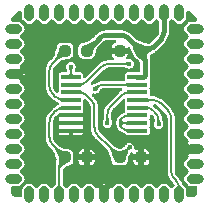
<source format=gbr>
%TF.GenerationSoftware,KiCad,Pcbnew,8.0.6*%
%TF.CreationDate,2024-11-06T22:11:36-05:00*%
%TF.ProjectId,CPLD Replacement,43504c44-2052-4657-906c-6163656d656e,rev?*%
%TF.SameCoordinates,Original*%
%TF.FileFunction,Copper,L1,Top*%
%TF.FilePolarity,Positive*%
%FSLAX46Y46*%
G04 Gerber Fmt 4.6, Leading zero omitted, Abs format (unit mm)*
G04 Created by KiCad (PCBNEW 8.0.6) date 2024-11-06 22:11:36*
%MOMM*%
%LPD*%
G01*
G04 APERTURE LIST*
G04 Aperture macros list*
%AMRoundRect*
0 Rectangle with rounded corners*
0 $1 Rounding radius*
0 $2 $3 $4 $5 $6 $7 $8 $9 X,Y pos of 4 corners*
0 Add a 4 corners polygon primitive as box body*
4,1,4,$2,$3,$4,$5,$6,$7,$8,$9,$2,$3,0*
0 Add four circle primitives for the rounded corners*
1,1,$1+$1,$2,$3*
1,1,$1+$1,$4,$5*
1,1,$1+$1,$6,$7*
1,1,$1+$1,$8,$9*
0 Add four rect primitives between the rounded corners*
20,1,$1+$1,$2,$3,$4,$5,0*
20,1,$1+$1,$4,$5,$6,$7,0*
20,1,$1+$1,$6,$7,$8,$9,0*
20,1,$1+$1,$8,$9,$2,$3,0*%
%AMFreePoly0*
4,1,19,0.358779,0.830902,0.395106,0.780902,0.400000,0.750000,0.400000,0.060000,0.380902,0.001221,0.365493,-0.015569,0.065493,-0.275569,0.008567,-0.299632,-0.051632,-0.285640,-0.065493,-0.275569,-0.365493,-0.015569,-0.397403,0.037359,-0.400000,0.060000,-0.400000,0.750000,-0.380902,0.808779,-0.330902,0.845106,-0.300000,0.850000,0.300000,0.850000,0.358779,0.830902,0.358779,0.830902,
$1*%
G04 Aperture macros list end*
%TA.AperFunction,SMDPad,CuDef*%
%ADD10RoundRect,0.237500X-0.250000X-0.237500X0.250000X-0.237500X0.250000X0.237500X-0.250000X0.237500X0*%
%TD*%
%TA.AperFunction,ComponentPad*%
%ADD11C,0.800000*%
%TD*%
%TA.AperFunction,ComponentPad*%
%ADD12FreePoly0,0.000000*%
%TD*%
%TA.AperFunction,ComponentPad*%
%ADD13FreePoly0,90.000000*%
%TD*%
%TA.AperFunction,ComponentPad*%
%ADD14FreePoly0,180.000000*%
%TD*%
%TA.AperFunction,ComponentPad*%
%ADD15FreePoly0,270.000000*%
%TD*%
%TA.AperFunction,SMDPad,CuDef*%
%ADD16R,1.676400X0.355600*%
%TD*%
%TA.AperFunction,SMDPad,CuDef*%
%ADD17RoundRect,0.237500X0.250000X0.237500X-0.250000X0.237500X-0.250000X-0.237500X0.250000X-0.237500X0*%
%TD*%
%TA.AperFunction,ViaPad*%
%ADD18C,0.600000*%
%TD*%
%TA.AperFunction,ViaPad*%
%ADD19C,0.400000*%
%TD*%
%TA.AperFunction,Conductor*%
%ADD20C,0.400000*%
%TD*%
%TA.AperFunction,Conductor*%
%ADD21C,0.200000*%
%TD*%
G04 APERTURE END LIST*
D10*
%TO.P,R3,1*%
%TO.N,/VideoSW_Voodoo*%
X143187500Y-100060000D03*
%TO.P,R3,2*%
%TO.N,GND*%
X145012500Y-100060000D03*
%TD*%
D11*
%TO.P,E1,1,FBI_193*%
%TO.N,/Monitor_Detection*%
X146500000Y-87530000D03*
D12*
X146500000Y-88280000D03*
D11*
%TO.P,E1,2,FBI_199*%
%TO.N,unconnected-(E1-FBI_199-Pad2)*%
X145230000Y-87530000D03*
D12*
%TO.N,unconnected-(E1-FBI_199-Pad2)_1*%
X145230000Y-88280000D03*
D11*
%TO.P,E1,3,J23A_3*%
%TO.N,unconnected-(E1-J23A_3-Pad3)*%
X143960000Y-87530000D03*
D12*
%TO.N,unconnected-(E1-J23A_3-Pad3)_1*%
X143960000Y-88280000D03*
D11*
%TO.P,E1,4,J23A_5*%
%TO.N,unconnected-(E1-J23A_5-Pad4)_1*%
X142690000Y-87530000D03*
D12*
%TO.N,unconnected-(E1-J23A_5-Pad4)*%
X142690000Y-88280000D03*
D11*
%TO.P,E1,5,To_Pin_22*%
%TO.N,unconnected-(E1-To_Pin_22-Pad5)*%
X141420000Y-87530000D03*
D12*
%TO.N,unconnected-(E1-To_Pin_22-Pad5)_1*%
X141420000Y-88280000D03*
D11*
%TO.P,E1,6,To_Pin_19*%
%TO.N,unconnected-(E1-To_Pin_19-Pad6)*%
X140150000Y-87530000D03*
D12*
%TO.N,unconnected-(E1-To_Pin_19-Pad6)_1*%
X140150000Y-88280000D03*
D11*
%TO.P,E1,7,VGA_Out_4*%
%TO.N,unconnected-(E1-VGA_Out_4-Pad7)_1*%
X138500000Y-89180000D03*
D13*
%TO.N,unconnected-(E1-VGA_Out_4-Pad7)*%
X139250000Y-89180000D03*
D11*
%TO.P,E1,8,DAC_68_Sense#*%
%TO.N,/Monitor_Detection*%
X138500000Y-90450000D03*
D13*
X139250000Y-90450000D03*
D11*
%TO.P,E1,9,U68_2*%
%TO.N,unconnected-(E1-U68_2-Pad9)_1*%
X138500000Y-91720000D03*
D13*
%TO.N,unconnected-(E1-U68_2-Pad9)*%
X139250000Y-91720000D03*
D11*
%TO.P,E1,10,GND*%
%TO.N,GND*%
X138500000Y-92990000D03*
D13*
X139250000Y-92990000D03*
D11*
%TO.P,E1,11,VGA_Out_VSync*%
%TO.N,/VGA_OUT_VSync*%
X138500000Y-94260000D03*
D13*
X139250000Y-94260000D03*
D11*
%TO.P,E1,12,U23_35*%
%TO.N,unconnected-(E1-U23_35-Pad12)*%
X138500000Y-95530000D03*
D13*
%TO.N,unconnected-(E1-U23_35-Pad12)_1*%
X139250000Y-95530000D03*
D11*
%TO.P,E1,13,FBI_193+47R*%
%TO.N,unconnected-(E1-FBI_193+47R-Pad13)_1*%
X138500000Y-96800000D03*
D13*
%TO.N,unconnected-(E1-FBI_193+47R-Pad13)*%
X139250000Y-96800000D03*
D11*
%TO.P,E1,14,U67_3*%
%TO.N,unconnected-(E1-U67_3-Pad14)_1*%
X138500000Y-98070000D03*
D13*
%TO.N,unconnected-(E1-U67_3-Pad14)*%
X139250000Y-98070000D03*
D11*
%TO.P,E1,15,JTAG_TDI*%
%TO.N,unconnected-(E1-JTAG_TDI-Pad15)_1*%
X138500000Y-99340000D03*
D13*
%TO.N,unconnected-(E1-JTAG_TDI-Pad15)*%
X139250000Y-99340000D03*
D11*
%TO.P,E1,16,JTAG_TMS*%
%TO.N,unconnected-(E1-JTAG_TMS-Pad16)_1*%
X138500000Y-100610000D03*
D13*
%TO.N,unconnected-(E1-JTAG_TMS-Pad16)*%
X139250000Y-100610000D03*
D11*
%TO.P,E1,17,JTAG_TCK*%
%TO.N,unconnected-(E1-JTAG_TCK-Pad17)*%
X138500000Y-101880000D03*
D13*
%TO.N,unconnected-(E1-JTAG_TCK-Pad17)_1*%
X139250000Y-101880000D03*
D14*
%TO.P,E1,18,FBI_189_VD_VSync*%
%TO.N,/VD_VSync*%
X140150000Y-102780000D03*
D11*
X140150000Y-103530000D03*
D14*
%TO.P,E1,19,To_Pin_6*%
%TO.N,unconnected-(E1-To_Pin_6-Pad19)*%
X141420000Y-102780000D03*
D11*
%TO.N,unconnected-(E1-To_Pin_6-Pad19)_1*%
X141420000Y-103530000D03*
D14*
%TO.P,E1,20,VideoSW_Voodoo*%
%TO.N,/VideoSW_Voodoo*%
X142690000Y-102780000D03*
D11*
X142690000Y-103530000D03*
D14*
%TO.P,E1,21,5V*%
%TO.N,unconnected-(E1-5V-Pad21)_1*%
X143960000Y-102780000D03*
D11*
%TO.N,unconnected-(E1-5V-Pad21)*%
X143960000Y-103530000D03*
D14*
%TO.P,E1,22,To_Pin_5*%
%TO.N,unconnected-(E1-To_Pin_5-Pad22)_1*%
X145230000Y-102780000D03*
D11*
%TO.N,unconnected-(E1-To_Pin_5-Pad22)*%
X145230000Y-103530000D03*
D14*
%TO.P,E1,23,GND*%
%TO.N,GND*%
X146500000Y-102780000D03*
D11*
X146500000Y-103530000D03*
D14*
%TO.P,E1,24,VGA_Out_HSync*%
%TO.N,/VGA_OUT_HSync*%
X147770000Y-102780000D03*
D11*
X147770000Y-103530000D03*
D14*
%TO.P,E1,25,U23_34*%
%TO.N,unconnected-(E1-U23_34-Pad25)_1*%
X149040000Y-102780000D03*
D11*
%TO.N,unconnected-(E1-U23_34-Pad25)*%
X149040000Y-103530000D03*
D14*
%TO.P,E1,26,U65_13*%
%TO.N,unconnected-(E1-U65_13-Pad26)_1*%
X150310000Y-102780000D03*
D11*
%TO.N,unconnected-(E1-U65_13-Pad26)*%
X150310000Y-103530000D03*
D14*
%TO.P,E1,27,?*%
%TO.N,unconnected-(E1-?-Pad27)*%
X151580000Y-102780000D03*
D11*
%TO.N,unconnected-(E1-?-Pad27)_1*%
X151580000Y-103530000D03*
D14*
%TO.P,E1,28,FBI_188_VD_HSync*%
%TO.N,/VD_HSync*%
X152850000Y-102780000D03*
D11*
X152850000Y-103530000D03*
D15*
%TO.P,E1,29,U65_10*%
%TO.N,unconnected-(E1-U65_10-Pad29)_1*%
X153750000Y-101880000D03*
D11*
%TO.N,unconnected-(E1-U65_10-Pad29)*%
X154500000Y-101880000D03*
D15*
%TO.P,E1,30,JTAG_TDO*%
%TO.N,unconnected-(E1-JTAG_TDO-Pad30)*%
X153750000Y-100610000D03*
D11*
%TO.N,unconnected-(E1-JTAG_TDO-Pad30)_1*%
X154500000Y-100610000D03*
D15*
%TO.P,E1,31,GND*%
%TO.N,GND*%
X153750000Y-99340000D03*
D11*
X154500000Y-99340000D03*
D15*
%TO.P,E1,32,5V*%
%TO.N,unconnected-(E1-5V-Pad32)*%
X153750000Y-98070000D03*
D11*
%TO.N,unconnected-(E1-5V-Pad32)_1*%
X154500000Y-98070000D03*
D15*
%TO.P,E1,33,VideoSW_Passthru*%
%TO.N,/VideoSW_Passthru*%
X153750000Y-96800000D03*
D11*
X154500000Y-96800000D03*
D15*
%TO.P,E1,34,To_Pin_39*%
%TO.N,unconnected-(E1-To_Pin_39-Pad34)_1*%
X153750000Y-95530000D03*
D11*
%TO.N,unconnected-(E1-To_Pin_39-Pad34)*%
X154500000Y-95530000D03*
D15*
%TO.P,E1,35,VGA_IN_HSync*%
%TO.N,/VGA_IN_HSync*%
X153750000Y-94260000D03*
D11*
X154500000Y-94260000D03*
D15*
%TO.P,E1,36,FBI_197_&_Both_TMU_208*%
%TO.N,unconnected-(E1-FBI_197_&_Both_TMU_208-Pad36)_1*%
X153750000Y-92990000D03*
D11*
%TO.N,unconnected-(E1-FBI_197_&_Both_TMU_208-Pad36)*%
X154500000Y-92990000D03*
D15*
%TO.P,E1,37,VGA_IN_VSync*%
%TO.N,/VGA_IN_VSync*%
X153750000Y-91720000D03*
D11*
X154500000Y-91720000D03*
D15*
%TO.P,E1,38,U23_15*%
%TO.N,unconnected-(E1-U23_15-Pad38)_1*%
X153750000Y-90450000D03*
D11*
%TO.N,unconnected-(E1-U23_15-Pad38)*%
X154500000Y-90450000D03*
D15*
%TO.P,E1,39,To_Pin_34*%
%TO.N,unconnected-(E1-To_Pin_34-Pad39)_1*%
X153750000Y-89180000D03*
D11*
%TO.N,unconnected-(E1-To_Pin_34-Pad39)*%
X154500000Y-89180000D03*
%TO.P,E1,40,NC*%
%TO.N,unconnected-(E1-NC-Pad40)_1*%
X152850000Y-87530000D03*
D12*
%TO.N,unconnected-(E1-NC-Pad40)*%
X152850000Y-88280000D03*
D11*
%TO.P,E1,41,5V*%
%TO.N,+5V*%
X151580000Y-87530000D03*
D12*
X151580000Y-88280000D03*
D11*
%TO.P,E1,42,NC*%
%TO.N,unconnected-(E1-NC-Pad42)_1*%
X150310000Y-87530000D03*
D12*
%TO.N,unconnected-(E1-NC-Pad42)*%
X150310000Y-88280000D03*
D11*
%TO.P,E1,43,U67_2*%
%TO.N,unconnected-(E1-U67_2-Pad43)*%
X149040000Y-87530000D03*
D12*
%TO.N,unconnected-(E1-U67_2-Pad43)_1*%
X149040000Y-88280000D03*
D11*
%TO.P,E1,44,FBI_228_VGAPASS*%
%TO.N,/VGA_PASS*%
X147770000Y-87530000D03*
D12*
X147770000Y-88280000D03*
%TD*%
D16*
%TO.P,U1,1,B1*%
%TO.N,/VD_VSync*%
X143680600Y-93255001D03*
%TO.P,U1,2,B0*%
%TO.N,/VGA_IN_VSync*%
X143680600Y-93904999D03*
%TO.P,U1,3,C1*%
%TO.N,/VideoSW_Passthru*%
X143680600Y-94555001D03*
%TO.P,U1,4,CN*%
%TO.N,/Logic_High*%
X143680600Y-95204999D03*
%TO.P,U1,5,C0*%
%TO.N,/VideoSW_Voodoo*%
X143680600Y-95854998D03*
%TO.P,U1,6,\u002AE*%
%TO.N,GND*%
X143680600Y-96504999D03*
%TO.P,U1,7,VEE*%
X143680600Y-97154998D03*
%TO.P,U1,8,GND*%
X143680600Y-97804999D03*
%TO.P,U1,9,S2*%
%TO.N,/VGA_PASS*%
X149319400Y-97804999D03*
%TO.P,U1,10,S1*%
X149319400Y-97155001D03*
%TO.P,U1,11,S0*%
X149319400Y-96504999D03*
%TO.P,U1,12,A0*%
%TO.N,/VGA_IN_HSync*%
X149319400Y-95855001D03*
%TO.P,U1,13,A1*%
%TO.N,/VD_HSync*%
X149319400Y-95205002D03*
%TO.P,U1,14,AN*%
%TO.N,/VGA_OUT_HSync*%
X149319400Y-94555001D03*
%TO.P,U1,15,BN*%
%TO.N,/VGA_OUT_VSync*%
X149319400Y-93905002D03*
%TO.P,U1,16,VCC*%
%TO.N,+5V*%
X149319400Y-93255001D03*
%TD*%
D10*
%TO.P,R1,1*%
%TO.N,/Logic_High*%
X143187500Y-91040000D03*
%TO.P,R1,2*%
%TO.N,+5V*%
X145012500Y-91040000D03*
%TD*%
D17*
%TO.P,C1,1*%
%TO.N,+5V*%
X149632500Y-91030000D03*
%TO.P,C1,2*%
%TO.N,GND*%
X147807500Y-91030000D03*
%TD*%
D10*
%TO.P,R2,1*%
%TO.N,/VideoSW_Passthru*%
X147807500Y-100060000D03*
%TO.P,R2,2*%
%TO.N,GND*%
X149632500Y-100060000D03*
%TD*%
D18*
%TO.N,GND*%
X141440000Y-89300000D03*
X151580000Y-101540000D03*
X147750000Y-96140000D03*
X149680000Y-89310000D03*
X146490000Y-94790000D03*
X140810000Y-98070000D03*
X152660000Y-89270000D03*
X146500000Y-101530000D03*
X151740000Y-92990000D03*
D19*
%TO.N,/VGA_IN_VSync*%
X148610000Y-92140000D03*
%TO.N,/VD_VSync*%
X143680000Y-92410000D03*
%TO.N,/VGA_PASS*%
X147910000Y-97140000D03*
%TO.N,/VGA_OUT_HSync*%
X146780000Y-97150000D03*
%TO.N,/VGA_IN_HSync*%
X151110000Y-97260000D03*
%TO.N,/VideoSW_Passthru*%
X148650000Y-99220000D03*
%TO.N,/VGA_OUT_VSync*%
X145730000Y-94260000D03*
%TD*%
D20*
%TO.N,+5V*%
X151580000Y-89355786D02*
X151580000Y-88280000D01*
X150612893Y-90737107D02*
X151287107Y-90062893D01*
X147890786Y-89720000D02*
X146746714Y-89720000D01*
X149804999Y-93255001D02*
X149319400Y-93255001D01*
X149960000Y-93100000D02*
X149804999Y-93255001D01*
X146039607Y-90012893D02*
X145012500Y-91040000D01*
X149615000Y-91030000D02*
X149667107Y-91082107D01*
X149615000Y-91030000D02*
X149905786Y-91030000D01*
X149615000Y-91030000D02*
X148597893Y-90012893D01*
X149960000Y-91789214D02*
X149960000Y-93100000D01*
X149667107Y-91082107D02*
G75*
G02*
X149959990Y-91789214I-707107J-707093D01*
G01*
X149905786Y-91030000D02*
G75*
G03*
X150612900Y-90737114I14J1000000D01*
G01*
X151580000Y-89355786D02*
G75*
G02*
X151287114Y-90062900I-1000000J-14D01*
G01*
X148597893Y-90012893D02*
G75*
G03*
X147890786Y-89720010I-707093J-707107D01*
G01*
X146039607Y-90012893D02*
G75*
G02*
X146746714Y-89720010I707093J-707107D01*
G01*
D21*
%TO.N,/VGA_IN_VSync*%
X146237107Y-92432893D02*
X145057894Y-93612106D01*
X148610000Y-92140000D02*
X146944214Y-92140000D01*
X144350787Y-93904999D02*
X143591700Y-93904999D01*
X145057894Y-93612106D02*
G75*
G02*
X144350787Y-93904990I-707094J707106D01*
G01*
X146237107Y-92432893D02*
G75*
G02*
X146944214Y-92140010I707093J-707107D01*
G01*
%TO.N,/VD_VSync*%
X143680000Y-93254401D02*
X143680600Y-93255001D01*
X143680000Y-92410000D02*
X143680000Y-93254401D01*
%TO.N,/VGA_PASS*%
X147925001Y-97155001D02*
X147910000Y-97140000D01*
X147910000Y-97140000D02*
X147910000Y-97480000D01*
X147910000Y-96830000D02*
X147942108Y-96797892D01*
X148649213Y-97804999D02*
X149319400Y-97804999D01*
X149319400Y-97155001D02*
X147925001Y-97155001D01*
X148649215Y-96504999D02*
X149319400Y-96504999D01*
X147910000Y-97480000D02*
X147942106Y-97512106D01*
X147910000Y-97140000D02*
X147910000Y-96830000D01*
X148649215Y-96504999D02*
G75*
G03*
X147942101Y-96797885I-15J-1000001D01*
G01*
X148649213Y-97804999D02*
G75*
G02*
X147942100Y-97512112I-13J999999D01*
G01*
%TO.N,/VGA_OUT_HSync*%
X146780000Y-97150000D02*
X146780000Y-96414214D01*
X148639213Y-94555001D02*
X149319400Y-94555001D01*
X147072893Y-95707107D02*
X147932106Y-94847894D01*
X147932106Y-94847894D02*
G75*
G02*
X148639213Y-94555010I707094J-707106D01*
G01*
X147072893Y-95707107D02*
G75*
G03*
X146780010Y-96414214I707107J-707093D01*
G01*
%TO.N,/VGA_IN_HSync*%
X149319400Y-95855001D02*
X149990787Y-95855001D01*
X150697894Y-96147894D02*
X150817107Y-96267107D01*
X151110000Y-96974214D02*
X151110000Y-97260000D01*
X149990787Y-95855001D02*
G75*
G02*
X150697900Y-96147888I13J-999999D01*
G01*
X151110000Y-96974214D02*
G75*
G03*
X150817114Y-96267100I-1000000J14D01*
G01*
%TO.N,/VideoSW_Voodoo*%
X142690000Y-100971714D02*
X142690000Y-102780000D01*
X143079216Y-95854998D02*
X143591700Y-95854998D01*
X143187500Y-100060000D02*
X142982893Y-100264607D01*
X142162893Y-96357107D02*
X142372109Y-96147891D01*
X143187500Y-100060000D02*
X142162893Y-99035393D01*
X141870000Y-98328286D02*
X141870000Y-97064214D01*
X141870000Y-98328286D02*
G75*
G03*
X142162886Y-99035400I1000000J-14D01*
G01*
X142690000Y-100971714D02*
G75*
G02*
X142982886Y-100264600I1000000J14D01*
G01*
X142372109Y-96147891D02*
G75*
G02*
X143079216Y-95855010I707091J-707109D01*
G01*
X142162893Y-96357107D02*
G75*
G03*
X141870010Y-97064214I707107J-707093D01*
G01*
%TO.N,/VideoSW_Passthru*%
X148647500Y-99220000D02*
X148650000Y-99220000D01*
X146883750Y-99136250D02*
X145972893Y-98225393D01*
X145387107Y-95177107D02*
X145057894Y-94847894D01*
X147807500Y-100060000D02*
X148647500Y-99220000D01*
X147807500Y-100060000D02*
X146883750Y-99136250D01*
X145680000Y-97518286D02*
X145680000Y-95884214D01*
X144350787Y-94555001D02*
X143680600Y-94555001D01*
X145387107Y-95177107D02*
G75*
G02*
X145679990Y-95884214I-707107J-707093D01*
G01*
X145057894Y-94847894D02*
G75*
G03*
X144350787Y-94555010I-707094J-707106D01*
G01*
X145972893Y-98225393D02*
G75*
G02*
X145680010Y-97518286I707107J707093D01*
G01*
%TO.N,/VD_HSync*%
X151877107Y-96077107D02*
X151297895Y-95497895D01*
X152557107Y-102017107D02*
X152462893Y-101922893D01*
X152850000Y-102780000D02*
X152850000Y-102724214D01*
X150590788Y-95205002D02*
X149319400Y-95205002D01*
X152170000Y-101215786D02*
X152170000Y-96784214D01*
X152462893Y-101922893D02*
G75*
G02*
X152170010Y-101215786I707107J707093D01*
G01*
X151877107Y-96077107D02*
G75*
G02*
X152169990Y-96784214I-707107J-707093D01*
G01*
X151297895Y-95497895D02*
G75*
G03*
X150590788Y-95205010I-707095J-707105D01*
G01*
X152557107Y-102017107D02*
G75*
G02*
X152849990Y-102724214I-707107J-707093D01*
G01*
%TO.N,/VGA_OUT_VSync*%
X145730000Y-94260000D02*
X145792105Y-94197895D01*
X146499212Y-93905002D02*
X149230500Y-93905002D01*
X146499212Y-93905002D02*
G75*
G03*
X145792100Y-94197890I-12J-999998D01*
G01*
%TO.N,/Logic_High*%
X141850000Y-93980786D02*
X141850000Y-92791714D01*
X142142893Y-92084607D02*
X143187500Y-91040000D01*
X143591700Y-95204999D02*
X143074213Y-95204999D01*
X142367106Y-94912106D02*
X142142893Y-94687893D01*
X143074213Y-95204999D02*
G75*
G02*
X142367100Y-94912112I-13J999999D01*
G01*
X142142893Y-94687893D02*
G75*
G02*
X141850010Y-93980786I707107J707093D01*
G01*
X142142893Y-92084607D02*
G75*
G03*
X141850010Y-92791714I707107J-707093D01*
G01*
%TD*%
%TA.AperFunction,Conductor*%
%TO.N,GND*%
G36*
X139482539Y-87674677D02*
G01*
X139528294Y-87727481D01*
X139539500Y-87778992D01*
X139539500Y-88220011D01*
X139540839Y-88243424D01*
X139543565Y-88267189D01*
X139543566Y-88267196D01*
X139571738Y-88349879D01*
X139605235Y-88405440D01*
X139605244Y-88405453D01*
X139646639Y-88454636D01*
X139646651Y-88454648D01*
X139946626Y-88714626D01*
X139946634Y-88714632D01*
X139946644Y-88714641D01*
X139960441Y-88725599D01*
X139974996Y-88736174D01*
X140019178Y-88756349D01*
X140049258Y-88770085D01*
X140049259Y-88770085D01*
X140049261Y-88770086D01*
X140112469Y-88784778D01*
X140112475Y-88784778D01*
X140112476Y-88784779D01*
X140148954Y-88789869D01*
X140148955Y-88789868D01*
X140148957Y-88789869D01*
X140239008Y-88773897D01*
X140298781Y-88748630D01*
X140353356Y-88714641D01*
X140653356Y-88454641D01*
X140670175Y-88438293D01*
X140686354Y-88420663D01*
X140686357Y-88420656D01*
X140687167Y-88419560D01*
X140687825Y-88419059D01*
X140690850Y-88415764D01*
X140691444Y-88416309D01*
X140742793Y-88377280D01*
X140812446Y-88371786D01*
X140874013Y-88404822D01*
X140881832Y-88413280D01*
X140916640Y-88454636D01*
X140916646Y-88454643D01*
X140916651Y-88454648D01*
X141216626Y-88714626D01*
X141216634Y-88714632D01*
X141216644Y-88714641D01*
X141230441Y-88725599D01*
X141244996Y-88736174D01*
X141289178Y-88756349D01*
X141319258Y-88770085D01*
X141319259Y-88770085D01*
X141319261Y-88770086D01*
X141382469Y-88784778D01*
X141382475Y-88784778D01*
X141382476Y-88784779D01*
X141418954Y-88789869D01*
X141418955Y-88789868D01*
X141418957Y-88789869D01*
X141509008Y-88773897D01*
X141568781Y-88748630D01*
X141623356Y-88714641D01*
X141923356Y-88454641D01*
X141940175Y-88438293D01*
X141956354Y-88420663D01*
X141956357Y-88420656D01*
X141957167Y-88419560D01*
X141957825Y-88419059D01*
X141960850Y-88415764D01*
X141961444Y-88416309D01*
X142012793Y-88377280D01*
X142082446Y-88371786D01*
X142144013Y-88404822D01*
X142151832Y-88413280D01*
X142186640Y-88454636D01*
X142186646Y-88454643D01*
X142186651Y-88454648D01*
X142486626Y-88714626D01*
X142486634Y-88714632D01*
X142486644Y-88714641D01*
X142500441Y-88725599D01*
X142514996Y-88736174D01*
X142559178Y-88756349D01*
X142589258Y-88770085D01*
X142589259Y-88770085D01*
X142589261Y-88770086D01*
X142652469Y-88784778D01*
X142652475Y-88784778D01*
X142652476Y-88784779D01*
X142688954Y-88789869D01*
X142688955Y-88789868D01*
X142688957Y-88789869D01*
X142779008Y-88773897D01*
X142838781Y-88748630D01*
X142893356Y-88714641D01*
X143193356Y-88454641D01*
X143210175Y-88438293D01*
X143226354Y-88420663D01*
X143226357Y-88420656D01*
X143227167Y-88419560D01*
X143227825Y-88419059D01*
X143230850Y-88415764D01*
X143231444Y-88416309D01*
X143282793Y-88377280D01*
X143352446Y-88371786D01*
X143414013Y-88404822D01*
X143421832Y-88413280D01*
X143456640Y-88454636D01*
X143456646Y-88454643D01*
X143456651Y-88454648D01*
X143756626Y-88714626D01*
X143756634Y-88714632D01*
X143756644Y-88714641D01*
X143770441Y-88725599D01*
X143784996Y-88736174D01*
X143829178Y-88756349D01*
X143859258Y-88770085D01*
X143859259Y-88770085D01*
X143859261Y-88770086D01*
X143922469Y-88784778D01*
X143922475Y-88784778D01*
X143922476Y-88784779D01*
X143958954Y-88789869D01*
X143958955Y-88789868D01*
X143958957Y-88789869D01*
X144049008Y-88773897D01*
X144108781Y-88748630D01*
X144163356Y-88714641D01*
X144463356Y-88454641D01*
X144480175Y-88438293D01*
X144496354Y-88420663D01*
X144496357Y-88420656D01*
X144497167Y-88419560D01*
X144497825Y-88419059D01*
X144500850Y-88415764D01*
X144501444Y-88416309D01*
X144552793Y-88377280D01*
X144622446Y-88371786D01*
X144684013Y-88404822D01*
X144691832Y-88413280D01*
X144726640Y-88454636D01*
X144726646Y-88454643D01*
X144726651Y-88454648D01*
X145026626Y-88714626D01*
X145026634Y-88714632D01*
X145026644Y-88714641D01*
X145040441Y-88725599D01*
X145054996Y-88736174D01*
X145099178Y-88756349D01*
X145129258Y-88770085D01*
X145129259Y-88770085D01*
X145129261Y-88770086D01*
X145192469Y-88784778D01*
X145192475Y-88784778D01*
X145192476Y-88784779D01*
X145228954Y-88789869D01*
X145228955Y-88789868D01*
X145228957Y-88789869D01*
X145319008Y-88773897D01*
X145378781Y-88748630D01*
X145433356Y-88714641D01*
X145733356Y-88454641D01*
X145750175Y-88438293D01*
X145766354Y-88420663D01*
X145766357Y-88420656D01*
X145767167Y-88419560D01*
X145767825Y-88419059D01*
X145770850Y-88415764D01*
X145771444Y-88416309D01*
X145822793Y-88377280D01*
X145892446Y-88371786D01*
X145954013Y-88404822D01*
X145961832Y-88413280D01*
X145996640Y-88454636D01*
X145996646Y-88454643D01*
X145996651Y-88454648D01*
X146296626Y-88714626D01*
X146296634Y-88714632D01*
X146296644Y-88714641D01*
X146310441Y-88725599D01*
X146324996Y-88736174D01*
X146369178Y-88756349D01*
X146399258Y-88770085D01*
X146399259Y-88770085D01*
X146399261Y-88770086D01*
X146462469Y-88784778D01*
X146462475Y-88784778D01*
X146462476Y-88784779D01*
X146498954Y-88789869D01*
X146498955Y-88789868D01*
X146498957Y-88789869D01*
X146589008Y-88773897D01*
X146648781Y-88748630D01*
X146703356Y-88714641D01*
X147003356Y-88454641D01*
X147020175Y-88438293D01*
X147036354Y-88420663D01*
X147036357Y-88420656D01*
X147037167Y-88419560D01*
X147037825Y-88419059D01*
X147040850Y-88415764D01*
X147041444Y-88416309D01*
X147092793Y-88377280D01*
X147162446Y-88371786D01*
X147224013Y-88404822D01*
X147231832Y-88413280D01*
X147266640Y-88454636D01*
X147266646Y-88454643D01*
X147266651Y-88454648D01*
X147566626Y-88714626D01*
X147566634Y-88714632D01*
X147566644Y-88714641D01*
X147580441Y-88725599D01*
X147594996Y-88736174D01*
X147639178Y-88756349D01*
X147669258Y-88770085D01*
X147669259Y-88770085D01*
X147669261Y-88770086D01*
X147732469Y-88784778D01*
X147732475Y-88784778D01*
X147732476Y-88784779D01*
X147768954Y-88789869D01*
X147768955Y-88789868D01*
X147768957Y-88789869D01*
X147859008Y-88773897D01*
X147918781Y-88748630D01*
X147973356Y-88714641D01*
X148273356Y-88454641D01*
X148290175Y-88438293D01*
X148306354Y-88420663D01*
X148306357Y-88420656D01*
X148307167Y-88419560D01*
X148307825Y-88419059D01*
X148310850Y-88415764D01*
X148311444Y-88416309D01*
X148362793Y-88377280D01*
X148432446Y-88371786D01*
X148494013Y-88404822D01*
X148501832Y-88413280D01*
X148536640Y-88454636D01*
X148536646Y-88454643D01*
X148536651Y-88454648D01*
X148836626Y-88714626D01*
X148836634Y-88714632D01*
X148836644Y-88714641D01*
X148850441Y-88725599D01*
X148864996Y-88736174D01*
X148909178Y-88756349D01*
X148939258Y-88770085D01*
X148939259Y-88770085D01*
X148939261Y-88770086D01*
X149002469Y-88784778D01*
X149002475Y-88784778D01*
X149002476Y-88784779D01*
X149038954Y-88789869D01*
X149038955Y-88789868D01*
X149038957Y-88789869D01*
X149129008Y-88773897D01*
X149188781Y-88748630D01*
X149243356Y-88714641D01*
X149543356Y-88454641D01*
X149560175Y-88438293D01*
X149576354Y-88420663D01*
X149576357Y-88420656D01*
X149577167Y-88419560D01*
X149577825Y-88419059D01*
X149580850Y-88415764D01*
X149581444Y-88416309D01*
X149632793Y-88377280D01*
X149702446Y-88371786D01*
X149764013Y-88404822D01*
X149771832Y-88413280D01*
X149806640Y-88454636D01*
X149806646Y-88454643D01*
X149806651Y-88454648D01*
X150106626Y-88714626D01*
X150106634Y-88714632D01*
X150106644Y-88714641D01*
X150120441Y-88725599D01*
X150134996Y-88736174D01*
X150179178Y-88756349D01*
X150209258Y-88770085D01*
X150209259Y-88770085D01*
X150209261Y-88770086D01*
X150272469Y-88784778D01*
X150272475Y-88784778D01*
X150272476Y-88784779D01*
X150308954Y-88789869D01*
X150308955Y-88789868D01*
X150308957Y-88789869D01*
X150399008Y-88773897D01*
X150458781Y-88748630D01*
X150513356Y-88714641D01*
X150813356Y-88454641D01*
X150830175Y-88438293D01*
X150846354Y-88420663D01*
X150846357Y-88420656D01*
X150847167Y-88419560D01*
X150847825Y-88419059D01*
X150850850Y-88415764D01*
X150851444Y-88416309D01*
X150902793Y-88377280D01*
X150972446Y-88371786D01*
X151034013Y-88404822D01*
X151041832Y-88413280D01*
X151076640Y-88454636D01*
X151076646Y-88454643D01*
X151076650Y-88454647D01*
X151136710Y-88506698D01*
X151174480Y-88565479D01*
X151179500Y-88600404D01*
X151179500Y-89349701D01*
X151178903Y-89361855D01*
X151169178Y-89460597D01*
X151164436Y-89484436D01*
X151137414Y-89573522D01*
X151128112Y-89595981D01*
X151084226Y-89678088D01*
X151070721Y-89698300D01*
X151007837Y-89774925D01*
X150999664Y-89783942D01*
X150358981Y-90424625D01*
X150297658Y-90458110D01*
X150266454Y-90460849D01*
X150231218Y-90459471D01*
X150212702Y-90457345D01*
X150177199Y-90450534D01*
X150126927Y-90428525D01*
X150121643Y-90424625D01*
X150089475Y-90400884D01*
X150036640Y-90382396D01*
X149964848Y-90357274D01*
X149964849Y-90357274D01*
X149935260Y-90354500D01*
X149935256Y-90354500D01*
X149890696Y-90354500D01*
X149855419Y-90349376D01*
X149737266Y-90314314D01*
X149726602Y-90310614D01*
X149591974Y-90256914D01*
X149582374Y-90252604D01*
X149463375Y-90192989D01*
X149444821Y-90183694D01*
X149436334Y-90179017D01*
X149295899Y-90094320D01*
X149288497Y-90089487D01*
X149144589Y-89987999D01*
X149144588Y-89987998D01*
X149140695Y-89985253D01*
X149140858Y-89985020D01*
X149120796Y-89969404D01*
X148919398Y-89768005D01*
X148919381Y-89767974D01*
X148816192Y-89664787D01*
X148816186Y-89664781D01*
X148670541Y-89553025D01*
X148670530Y-89553018D01*
X148608839Y-89517401D01*
X148511540Y-89461227D01*
X148457208Y-89438722D01*
X148341920Y-89390970D01*
X148164590Y-89343458D01*
X148164587Y-89343457D01*
X147982576Y-89319499D01*
X147982574Y-89319499D01*
X147890780Y-89319500D01*
X146686457Y-89319500D01*
X146686310Y-89319509D01*
X146654924Y-89319509D01*
X146472914Y-89343467D01*
X146472911Y-89343468D01*
X146295583Y-89390980D01*
X146125969Y-89461234D01*
X146125967Y-89461235D01*
X146125965Y-89461236D01*
X145966987Y-89553020D01*
X145966968Y-89553031D01*
X145821328Y-89664781D01*
X145821322Y-89664787D01*
X145793696Y-89692412D01*
X145793695Y-89692412D01*
X145756415Y-89729693D01*
X145756413Y-89729695D01*
X145715703Y-89770402D01*
X145715696Y-89770410D01*
X145715696Y-89770411D01*
X145715694Y-89770413D01*
X145560642Y-89925464D01*
X145513893Y-89972213D01*
X145493945Y-89987564D01*
X145494115Y-89987800D01*
X145346421Y-90094240D01*
X145339093Y-90099135D01*
X145199661Y-90185272D01*
X145191253Y-90190024D01*
X145054752Y-90260305D01*
X145045220Y-90264713D01*
X144911676Y-90319726D01*
X144901060Y-90323544D01*
X144870514Y-90332984D01*
X144857110Y-90337127D01*
X144857108Y-90337127D01*
X144852254Y-90338628D01*
X144852253Y-90338627D01*
X144852244Y-90338631D01*
X144786429Y-90358971D01*
X144749816Y-90364500D01*
X144709740Y-90364500D01*
X144680150Y-90367274D01*
X144555523Y-90410884D01*
X144449289Y-90489288D01*
X144449288Y-90489289D01*
X144370884Y-90595523D01*
X144327274Y-90720150D01*
X144324500Y-90749739D01*
X144324500Y-91330260D01*
X144327274Y-91359849D01*
X144370884Y-91484476D01*
X144449288Y-91590710D01*
X144449289Y-91590711D01*
X144555523Y-91669115D01*
X144555524Y-91669115D01*
X144555525Y-91669116D01*
X144680151Y-91712725D01*
X144680150Y-91712725D01*
X144709740Y-91715500D01*
X144709744Y-91715500D01*
X145315260Y-91715500D01*
X145344849Y-91712725D01*
X145388553Y-91697432D01*
X145469475Y-91669116D01*
X145575711Y-91590711D01*
X145654116Y-91484475D01*
X145697725Y-91359849D01*
X145699865Y-91337032D01*
X145700500Y-91330260D01*
X145700500Y-91302477D01*
X145710153Y-91254512D01*
X145733156Y-91199674D01*
X145767435Y-91117952D01*
X145769073Y-91114222D01*
X145844183Y-90950645D01*
X145846245Y-90946375D01*
X145920023Y-90800911D01*
X145922679Y-90795960D01*
X145994561Y-90669045D01*
X145998040Y-90663279D01*
X146066661Y-90556272D01*
X146083359Y-90535532D01*
X146194266Y-90424625D01*
X146318493Y-90300398D01*
X146327490Y-90292243D01*
X146404213Y-90229280D01*
X146424411Y-90215785D01*
X146506529Y-90171893D01*
X146528974Y-90162597D01*
X146618066Y-90135572D01*
X146641904Y-90130831D01*
X146740748Y-90121096D01*
X146752900Y-90120500D01*
X146804292Y-90120500D01*
X147423514Y-90120500D01*
X147490553Y-90140185D01*
X147536308Y-90192989D01*
X147546252Y-90262147D01*
X147517227Y-90325703D01*
X147464469Y-90361541D01*
X147350762Y-90401329D01*
X147244646Y-90479646D01*
X147166329Y-90585762D01*
X147122772Y-90710237D01*
X147122770Y-90710249D01*
X147120000Y-90739791D01*
X147120000Y-90780000D01*
X148494999Y-90780000D01*
X148516653Y-90758346D01*
X148577976Y-90724860D01*
X148647668Y-90729844D01*
X148703601Y-90771715D01*
X148711437Y-90783534D01*
X148717759Y-90794369D01*
X148720575Y-90799467D01*
X148795899Y-90943723D01*
X148798097Y-90948145D01*
X148874855Y-91110604D01*
X148876594Y-91114454D01*
X148934355Y-91248334D01*
X148944500Y-91297456D01*
X148944500Y-91320260D01*
X148947274Y-91349849D01*
X148990884Y-91474476D01*
X149062286Y-91571222D01*
X149069289Y-91580711D01*
X149175525Y-91659116D01*
X149175527Y-91659116D01*
X149183742Y-91663459D01*
X149183353Y-91664194D01*
X149196791Y-91670961D01*
X149252067Y-91708473D01*
X149262937Y-91716760D01*
X149331824Y-91775555D01*
X149340222Y-91783425D01*
X149414958Y-91860280D01*
X149421422Y-91867467D01*
X149500671Y-91962815D01*
X149505667Y-91969244D01*
X149535858Y-92010848D01*
X149559302Y-92076665D01*
X149559500Y-92083677D01*
X149559500Y-92730501D01*
X149539815Y-92797540D01*
X149487011Y-92843295D01*
X149435500Y-92854501D01*
X149266673Y-92854501D01*
X149199589Y-92872476D01*
X149167496Y-92876701D01*
X148461447Y-92876701D01*
X148402970Y-92888332D01*
X148402969Y-92888333D01*
X148336647Y-92932648D01*
X148292332Y-92998970D01*
X148292331Y-92998971D01*
X148280700Y-93057448D01*
X148280700Y-93057453D01*
X148280700Y-93452549D01*
X148280700Y-93452551D01*
X148280699Y-93452551D01*
X148281447Y-93456306D01*
X148281267Y-93458313D01*
X148281297Y-93458614D01*
X148281240Y-93458619D01*
X148275223Y-93525898D01*
X148232362Y-93581077D01*
X148166473Y-93604324D01*
X148159831Y-93604502D01*
X146452358Y-93604502D01*
X146452240Y-93604509D01*
X146396858Y-93604509D01*
X146194680Y-93636530D01*
X146194678Y-93636530D01*
X146000002Y-93699782D01*
X146000001Y-93699782D01*
X145950897Y-93724800D01*
X145919828Y-93735721D01*
X145912472Y-93737249D01*
X145912469Y-93737249D01*
X145836020Y-93769676D01*
X145834413Y-93770367D01*
X145834367Y-93770387D01*
X145832234Y-93771328D01*
X145770897Y-93798810D01*
X145768816Y-93799757D01*
X145717657Y-93823349D01*
X145716434Y-93823905D01*
X145659750Y-93849303D01*
X145657472Y-93850296D01*
X145583838Y-93881532D01*
X145583830Y-93881536D01*
X145569395Y-93891289D01*
X145556274Y-93899024D01*
X145519191Y-93917919D01*
X145450522Y-93930816D01*
X145385782Y-93904540D01*
X145345524Y-93847434D01*
X145342532Y-93777628D01*
X145375213Y-93719756D01*
X146445285Y-92649685D01*
X146454279Y-92641533D01*
X146546159Y-92566130D01*
X146566350Y-92552640D01*
X146665758Y-92499505D01*
X146688209Y-92490207D01*
X146796059Y-92457493D01*
X146819894Y-92452752D01*
X146938252Y-92441096D01*
X146950398Y-92440500D01*
X146991804Y-92440501D01*
X146991807Y-92440500D01*
X148177878Y-92440500D01*
X148205976Y-92443725D01*
X148214707Y-92445757D01*
X148267293Y-92447450D01*
X148281590Y-92448743D01*
X148286781Y-92449518D01*
X148294690Y-92450698D01*
X148314322Y-92455284D01*
X148322710Y-92457979D01*
X148334137Y-92462282D01*
X148380574Y-92482431D01*
X148380586Y-92482436D01*
X148440762Y-92508561D01*
X148441130Y-92508721D01*
X148441262Y-92508778D01*
X148442589Y-92509055D01*
X148446620Y-92510475D01*
X148447216Y-92510664D01*
X148447209Y-92510682D01*
X148473507Y-92519945D01*
X148484696Y-92525646D01*
X148484697Y-92525646D01*
X148484699Y-92525647D01*
X148609997Y-92545492D01*
X148610000Y-92545492D01*
X148610003Y-92545492D01*
X148735300Y-92525647D01*
X148735301Y-92525647D01*
X148735302Y-92525646D01*
X148735304Y-92525646D01*
X148848342Y-92468050D01*
X148938050Y-92378342D01*
X148995646Y-92265304D01*
X148995646Y-92265302D01*
X148995647Y-92265301D01*
X148995647Y-92265300D01*
X149015492Y-92140003D01*
X149015492Y-92139996D01*
X148995647Y-92014699D01*
X148995647Y-92014698D01*
X148980350Y-91984676D01*
X148938050Y-91901658D01*
X148938046Y-91901654D01*
X148938045Y-91901652D01*
X148848347Y-91811954D01*
X148848344Y-91811952D01*
X148848342Y-91811950D01*
X148735304Y-91754354D01*
X148735303Y-91754353D01*
X148735300Y-91754352D01*
X148610003Y-91734508D01*
X148610001Y-91734508D01*
X148610000Y-91734508D01*
X148597505Y-91736487D01*
X148508633Y-91750562D01*
X148439340Y-91741606D01*
X148385889Y-91696609D01*
X148365250Y-91629857D01*
X148383976Y-91562544D01*
X148389468Y-91554453D01*
X148448670Y-91474238D01*
X148492227Y-91349762D01*
X148492229Y-91349750D01*
X148495000Y-91320208D01*
X148495000Y-91280000D01*
X147120000Y-91280000D01*
X147120000Y-91320208D01*
X147122770Y-91349750D01*
X147122772Y-91349762D01*
X147166329Y-91474237D01*
X147244645Y-91580353D01*
X147292579Y-91615729D01*
X147334830Y-91671377D01*
X147340289Y-91741033D01*
X147307222Y-91802583D01*
X147246128Y-91836484D01*
X147218946Y-91839500D01*
X146897122Y-91839500D01*
X146896975Y-91839509D01*
X146841867Y-91839509D01*
X146639682Y-91871529D01*
X146445005Y-91934780D01*
X146262606Y-92027714D01*
X146262599Y-92027718D01*
X146097000Y-92148031D01*
X146096994Y-92148035D01*
X146056935Y-92188094D01*
X146056913Y-92188114D01*
X146024625Y-92220403D01*
X146024624Y-92220405D01*
X145990968Y-92254060D01*
X144930981Y-93314047D01*
X144869658Y-93347532D01*
X144799966Y-93342548D01*
X144744033Y-93300676D01*
X144719616Y-93235212D01*
X144719300Y-93226366D01*
X144719300Y-93057450D01*
X144719299Y-93057448D01*
X144707668Y-92998971D01*
X144707667Y-92998970D01*
X144663352Y-92932648D01*
X144597030Y-92888333D01*
X144597029Y-92888332D01*
X144538552Y-92876701D01*
X144538548Y-92876701D01*
X144111983Y-92876701D01*
X144044944Y-92857016D01*
X143999189Y-92804212D01*
X143989245Y-92735054D01*
X143989337Y-92734423D01*
X143989339Y-92734409D01*
X143990696Y-92725307D01*
X143995281Y-92705678D01*
X143997981Y-92697275D01*
X144002280Y-92685861D01*
X144010292Y-92667398D01*
X144019907Y-92645241D01*
X144019907Y-92645238D01*
X144021937Y-92640562D01*
X144021943Y-92640545D01*
X144043111Y-92591790D01*
X144048565Y-92579229D01*
X144048604Y-92579137D01*
X144048721Y-92578869D01*
X144048778Y-92578737D01*
X144049054Y-92577413D01*
X144050468Y-92573398D01*
X144050666Y-92572776D01*
X144050685Y-92572782D01*
X144059947Y-92546486D01*
X144065646Y-92535304D01*
X144069886Y-92508533D01*
X144085492Y-92410003D01*
X144085492Y-92409996D01*
X144065647Y-92284699D01*
X144065647Y-92284698D01*
X144055765Y-92265304D01*
X144008050Y-92171658D01*
X144008046Y-92171654D01*
X144008045Y-92171652D01*
X143918347Y-92081954D01*
X143918344Y-92081952D01*
X143918342Y-92081950D01*
X143805304Y-92024354D01*
X143805303Y-92024353D01*
X143805300Y-92024352D01*
X143680003Y-92004508D01*
X143679997Y-92004508D01*
X143554699Y-92024352D01*
X143554698Y-92024352D01*
X143479337Y-92062751D01*
X143441658Y-92081950D01*
X143441657Y-92081951D01*
X143441652Y-92081954D01*
X143351954Y-92171652D01*
X143351951Y-92171657D01*
X143351950Y-92171658D01*
X143343565Y-92188114D01*
X143294352Y-92284698D01*
X143294352Y-92284699D01*
X143274508Y-92409996D01*
X143274508Y-92410002D01*
X143294352Y-92535300D01*
X143294353Y-92535303D01*
X143294354Y-92535304D01*
X143300219Y-92546815D01*
X143310921Y-92576856D01*
X143311437Y-92579236D01*
X143311438Y-92579238D01*
X143311440Y-92579246D01*
X143340757Y-92646776D01*
X143340774Y-92646814D01*
X143357720Y-92685869D01*
X143362019Y-92697284D01*
X143364713Y-92705670D01*
X143369299Y-92725304D01*
X143370657Y-92734409D01*
X143361078Y-92803619D01*
X143315601Y-92856663D01*
X143248666Y-92876699D01*
X143248014Y-92876701D01*
X142822647Y-92876701D01*
X142764170Y-92888332D01*
X142764169Y-92888333D01*
X142697847Y-92932648D01*
X142653532Y-92998970D01*
X142653531Y-92998971D01*
X142641900Y-93057448D01*
X142641900Y-93452553D01*
X142653531Y-93511030D01*
X142653585Y-93511110D01*
X142653647Y-93511308D01*
X142658206Y-93522314D01*
X142657220Y-93522722D01*
X142674462Y-93577788D01*
X142658047Y-93637620D01*
X142658206Y-93637686D01*
X142657683Y-93638946D01*
X142655977Y-93645168D01*
X142653585Y-93648890D01*
X142653532Y-93648969D01*
X142653531Y-93648969D01*
X142641900Y-93707446D01*
X142641900Y-94102551D01*
X142653531Y-94161028D01*
X142653534Y-94161034D01*
X142653587Y-94161113D01*
X142653648Y-94161310D01*
X142658206Y-94172312D01*
X142657221Y-94172720D01*
X142674463Y-94227791D01*
X142658046Y-94287622D01*
X142658206Y-94287688D01*
X142657681Y-94288954D01*
X142655976Y-94295170D01*
X142653587Y-94298887D01*
X142653534Y-94298965D01*
X142653531Y-94298971D01*
X142641900Y-94357448D01*
X142641900Y-94462567D01*
X142622215Y-94529606D01*
X142569411Y-94575361D01*
X142500253Y-94585305D01*
X142436697Y-94556280D01*
X142430219Y-94550248D01*
X142359695Y-94479724D01*
X142351522Y-94470707D01*
X142276134Y-94378844D01*
X142262637Y-94358644D01*
X142209507Y-94259244D01*
X142200206Y-94236786D01*
X142194432Y-94217752D01*
X142167494Y-94128942D01*
X142162752Y-94105102D01*
X142151096Y-93986748D01*
X142150500Y-93974597D01*
X142150500Y-93957159D01*
X142150501Y-93933196D01*
X142150500Y-93933192D01*
X142150500Y-92839307D01*
X142150501Y-92839304D01*
X142150500Y-92797797D01*
X142151097Y-92785646D01*
X142151844Y-92778060D01*
X142162742Y-92667388D01*
X142167480Y-92643566D01*
X142200200Y-92535699D01*
X142209495Y-92513258D01*
X142262632Y-92413844D01*
X142276122Y-92393653D01*
X142351465Y-92301845D01*
X142359610Y-92292859D01*
X142612563Y-92039906D01*
X142632652Y-92023630D01*
X142785093Y-91924543D01*
X142795351Y-91918556D01*
X142940193Y-91843088D01*
X142952215Y-91837618D01*
X143092444Y-91782638D01*
X143106145Y-91778166D01*
X143242320Y-91742337D01*
X143257366Y-91739361D01*
X143371877Y-91724000D01*
X143396515Y-91720695D01*
X143396516Y-91720694D01*
X143396529Y-91720693D01*
X143410382Y-91717917D01*
X143434745Y-91715500D01*
X143490260Y-91715500D01*
X143519849Y-91712725D01*
X143563553Y-91697432D01*
X143644475Y-91669116D01*
X143750711Y-91590711D01*
X143829116Y-91484475D01*
X143872725Y-91359849D01*
X143874865Y-91337032D01*
X143875500Y-91330260D01*
X143875500Y-90749739D01*
X143872725Y-90720150D01*
X143829115Y-90595523D01*
X143750711Y-90489289D01*
X143750710Y-90489288D01*
X143644476Y-90410884D01*
X143519848Y-90367274D01*
X143519849Y-90367274D01*
X143490260Y-90364500D01*
X143490256Y-90364500D01*
X142884744Y-90364500D01*
X142884740Y-90364500D01*
X142855150Y-90367274D01*
X142730523Y-90410884D01*
X142624289Y-90489288D01*
X142624288Y-90489289D01*
X142545884Y-90595523D01*
X142502274Y-90720150D01*
X142499500Y-90749739D01*
X142499500Y-90790345D01*
X142494147Y-90826386D01*
X142438983Y-91007988D01*
X142437775Y-91011746D01*
X142375638Y-91195099D01*
X142373987Y-91199674D01*
X142313296Y-91358038D01*
X142310968Y-91363691D01*
X142252564Y-91496149D01*
X142249161Y-91503248D01*
X142203898Y-91590450D01*
X142181522Y-91621005D01*
X141968716Y-91833811D01*
X141968689Y-91833825D01*
X141858028Y-91944488D01*
X141737703Y-92110105D01*
X141644771Y-92292501D01*
X141581519Y-92487180D01*
X141549499Y-92689366D01*
X141549500Y-92752152D01*
X141549500Y-94028089D01*
X141549509Y-94028232D01*
X141549509Y-94083133D01*
X141581529Y-94285317D01*
X141644780Y-94479994D01*
X141644782Y-94479999D01*
X141644783Y-94480000D01*
X141667248Y-94524091D01*
X141737714Y-94662393D01*
X141737718Y-94662400D01*
X141858034Y-94828004D01*
X141858036Y-94828006D01*
X141895359Y-94865328D01*
X141895370Y-94865341D01*
X141930403Y-94900374D01*
X141930404Y-94900376D01*
X141971123Y-94941095D01*
X141971129Y-94941100D01*
X142116627Y-95086598D01*
X142116637Y-95086609D01*
X142118271Y-95088242D01*
X142118293Y-95088282D01*
X142118296Y-95088280D01*
X142154616Y-95124598D01*
X142154616Y-95124599D01*
X142226991Y-95196972D01*
X142392601Y-95317293D01*
X142392605Y-95317295D01*
X142392608Y-95317297D01*
X142466597Y-95354995D01*
X142574995Y-95410225D01*
X142583178Y-95412883D01*
X142640855Y-95452317D01*
X142668057Y-95516674D01*
X142656146Y-95585521D01*
X142608905Y-95637000D01*
X142583199Y-95648742D01*
X142580015Y-95649776D01*
X142580010Y-95649778D01*
X142397608Y-95742712D01*
X142397602Y-95742716D01*
X142232000Y-95863031D01*
X142231995Y-95863035D01*
X142187604Y-95907423D01*
X142187598Y-95907431D01*
X142164520Y-95930509D01*
X142159625Y-95935402D01*
X142159626Y-95935403D01*
X142125973Y-95969054D01*
X142125971Y-95969057D01*
X142125969Y-95969059D01*
X142044879Y-96050149D01*
X141988716Y-96106312D01*
X141988687Y-96106327D01*
X141878028Y-96216988D01*
X141757703Y-96382605D01*
X141664771Y-96565001D01*
X141601519Y-96759680D01*
X141569499Y-96961866D01*
X141569500Y-97024652D01*
X141569500Y-98375589D01*
X141569509Y-98375732D01*
X141569509Y-98430633D01*
X141601529Y-98632817D01*
X141664780Y-98827494D01*
X141757714Y-99009893D01*
X141757718Y-99009900D01*
X141878034Y-99175504D01*
X141878036Y-99175506D01*
X141915359Y-99212828D01*
X141915370Y-99212841D01*
X141950403Y-99247874D01*
X141950404Y-99247876D01*
X141991123Y-99288595D01*
X141991129Y-99288600D01*
X142181525Y-99478996D01*
X142203901Y-99509551D01*
X142245658Y-99590000D01*
X142249156Y-99596738D01*
X142252559Y-99603837D01*
X142310967Y-99736304D01*
X142313295Y-99741956D01*
X142364989Y-99876843D01*
X142373984Y-99900312D01*
X142375635Y-99904888D01*
X142437773Y-100088244D01*
X142438981Y-100092003D01*
X142464497Y-100176005D01*
X142469242Y-100224307D01*
X142451880Y-100399025D01*
X142451736Y-100400403D01*
X142430271Y-100594360D01*
X142430067Y-100596084D01*
X142420220Y-100674945D01*
X142419650Y-100678977D01*
X142389499Y-100869366D01*
X142389499Y-100893230D01*
X142388725Y-100907060D01*
X142387524Y-100917760D01*
X142387394Y-100919358D01*
X142387330Y-100920176D01*
X142388145Y-100925643D01*
X142389500Y-100943927D01*
X142389500Y-102372928D01*
X142369815Y-102439967D01*
X142346712Y-102466633D01*
X142186656Y-102605348D01*
X142186617Y-102605383D01*
X142169850Y-102621681D01*
X142169841Y-102621690D01*
X142153640Y-102639342D01*
X142152819Y-102640457D01*
X142152155Y-102640961D01*
X142149150Y-102644236D01*
X142148559Y-102643693D01*
X142097186Y-102682726D01*
X142027532Y-102688208D01*
X141965971Y-102655162D01*
X141958168Y-102646720D01*
X141923356Y-102605359D01*
X141923353Y-102605356D01*
X141923348Y-102605351D01*
X141623373Y-102345373D01*
X141623362Y-102345364D01*
X141623356Y-102345359D01*
X141609559Y-102334401D01*
X141595004Y-102323826D01*
X141520741Y-102289914D01*
X141457523Y-102275220D01*
X141421045Y-102270130D01*
X141421040Y-102270131D01*
X141330993Y-102286102D01*
X141271222Y-102311368D01*
X141271212Y-102311373D01*
X141216644Y-102345359D01*
X141216635Y-102345365D01*
X140916672Y-102605333D01*
X140916617Y-102605383D01*
X140899850Y-102621681D01*
X140899841Y-102621690D01*
X140883640Y-102639342D01*
X140882819Y-102640457D01*
X140882155Y-102640961D01*
X140879150Y-102644236D01*
X140878559Y-102643693D01*
X140827186Y-102682726D01*
X140757532Y-102688208D01*
X140695971Y-102655162D01*
X140688168Y-102646720D01*
X140653356Y-102605359D01*
X140653353Y-102605356D01*
X140653348Y-102605351D01*
X140353373Y-102345373D01*
X140353362Y-102345364D01*
X140353356Y-102345359D01*
X140339559Y-102334401D01*
X140325004Y-102323826D01*
X140250741Y-102289914D01*
X140187523Y-102275220D01*
X140151045Y-102270130D01*
X140151040Y-102270131D01*
X140060993Y-102286102D01*
X140001222Y-102311368D01*
X140001212Y-102311373D01*
X139946644Y-102345359D01*
X139946635Y-102345365D01*
X139646672Y-102605333D01*
X139646617Y-102605383D01*
X139629850Y-102621681D01*
X139629841Y-102621690D01*
X139629828Y-102621703D01*
X139629825Y-102621707D01*
X139624605Y-102627394D01*
X139613647Y-102639335D01*
X139610591Y-102644571D01*
X139569611Y-102714780D01*
X139569610Y-102714782D01*
X139569610Y-102714783D01*
X139549557Y-102776496D01*
X139539500Y-102840000D01*
X139539500Y-103290923D01*
X139519815Y-103357962D01*
X139467011Y-103403717D01*
X139415500Y-103414923D01*
X139077690Y-103414923D01*
X139075852Y-103414741D01*
X139032795Y-103414738D01*
X139016612Y-103413676D01*
X138937448Y-103403248D01*
X138906181Y-103394868D01*
X138839987Y-103367444D01*
X138811953Y-103351255D01*
X138755111Y-103307631D01*
X138732224Y-103284741D01*
X138688611Y-103227894D01*
X138672428Y-103199859D01*
X138645013Y-103133659D01*
X138636638Y-103102391D01*
X138629201Y-103045871D01*
X138626129Y-103022525D01*
X138625070Y-103006351D01*
X138625073Y-102975288D01*
X138625072Y-102975285D01*
X138625073Y-102963391D01*
X138625044Y-102963083D01*
X138625044Y-102614500D01*
X138644729Y-102547461D01*
X138697533Y-102501706D01*
X138749044Y-102490500D01*
X139189986Y-102490500D01*
X139190000Y-102490500D01*
X139213419Y-102489161D01*
X139237192Y-102486434D01*
X139237194Y-102486433D01*
X139237196Y-102486433D01*
X139259571Y-102478808D01*
X139319876Y-102458263D01*
X139375450Y-102424758D01*
X139424641Y-102383356D01*
X139433680Y-102372927D01*
X139557905Y-102229590D01*
X139684641Y-102083356D01*
X139695599Y-102069559D01*
X139706174Y-102055004D01*
X139740086Y-101980739D01*
X139754778Y-101917531D01*
X139759869Y-101881043D01*
X139743897Y-101790992D01*
X139718630Y-101731219D01*
X139713659Y-101723238D01*
X139705670Y-101710410D01*
X139684641Y-101676644D01*
X139684636Y-101676639D01*
X139684634Y-101676635D01*
X139424666Y-101376672D01*
X139424616Y-101376617D01*
X139408318Y-101359850D01*
X139408309Y-101359841D01*
X139408304Y-101359837D01*
X139408293Y-101359825D01*
X139390663Y-101343646D01*
X139390661Y-101343644D01*
X139389550Y-101342825D01*
X139389046Y-101342162D01*
X139385764Y-101339150D01*
X139386307Y-101338557D01*
X139347276Y-101287194D01*
X139341789Y-101217541D01*
X139374831Y-101155977D01*
X139383267Y-101148178D01*
X139424641Y-101113356D01*
X139684641Y-100813356D01*
X139695599Y-100799559D01*
X139706174Y-100785004D01*
X139740086Y-100710739D01*
X139754778Y-100647531D01*
X139759869Y-100611043D01*
X139743897Y-100520992D01*
X139718630Y-100461219D01*
X139713659Y-100453238D01*
X139693234Y-100420442D01*
X139684641Y-100406644D01*
X139684636Y-100406639D01*
X139684634Y-100406635D01*
X139424666Y-100106672D01*
X139424616Y-100106617D01*
X139408318Y-100089850D01*
X139408309Y-100089841D01*
X139408304Y-100089837D01*
X139408293Y-100089825D01*
X139390663Y-100073646D01*
X139390661Y-100073644D01*
X139389550Y-100072825D01*
X139389046Y-100072162D01*
X139385764Y-100069150D01*
X139386307Y-100068557D01*
X139347276Y-100017194D01*
X139341789Y-99947541D01*
X139374831Y-99885977D01*
X139383267Y-99878178D01*
X139424641Y-99843356D01*
X139684641Y-99543356D01*
X139695599Y-99529559D01*
X139706174Y-99515004D01*
X139740086Y-99440739D01*
X139754778Y-99377531D01*
X139757551Y-99357655D01*
X139759869Y-99341045D01*
X139759868Y-99341040D01*
X139759683Y-99339999D01*
X139743897Y-99250992D01*
X139718630Y-99191219D01*
X139713659Y-99183238D01*
X139708077Y-99174275D01*
X139684641Y-99136644D01*
X139684636Y-99136639D01*
X139684634Y-99136635D01*
X139424666Y-98836672D01*
X139424616Y-98836617D01*
X139408318Y-98819850D01*
X139408309Y-98819841D01*
X139408304Y-98819837D01*
X139408293Y-98819825D01*
X139390663Y-98803646D01*
X139390661Y-98803644D01*
X139389550Y-98802825D01*
X139389046Y-98802162D01*
X139385764Y-98799150D01*
X139386307Y-98798557D01*
X139347276Y-98747194D01*
X139341789Y-98677541D01*
X139374831Y-98615977D01*
X139383267Y-98608178D01*
X139424641Y-98573356D01*
X139684641Y-98273356D01*
X139695599Y-98259559D01*
X139706174Y-98245004D01*
X139740086Y-98170739D01*
X139754778Y-98107531D01*
X139759869Y-98071043D01*
X139743897Y-97980992D01*
X139718630Y-97921219D01*
X139716187Y-97917297D01*
X139709637Y-97906780D01*
X139684641Y-97866644D01*
X139684636Y-97866639D01*
X139684634Y-97866635D01*
X139424666Y-97566672D01*
X139424616Y-97566617D01*
X139408318Y-97549850D01*
X139408309Y-97549841D01*
X139408304Y-97549837D01*
X139408293Y-97549825D01*
X139390663Y-97533646D01*
X139390661Y-97533644D01*
X139389550Y-97532825D01*
X139389046Y-97532162D01*
X139385764Y-97529150D01*
X139386307Y-97528557D01*
X139347276Y-97477194D01*
X139341789Y-97407541D01*
X139374831Y-97345977D01*
X139383267Y-97338178D01*
X139424641Y-97303356D01*
X139684641Y-97003356D01*
X139695599Y-96989559D01*
X139706174Y-96975004D01*
X139740086Y-96900739D01*
X139754778Y-96837531D01*
X139759469Y-96803911D01*
X139759869Y-96801045D01*
X139759868Y-96801040D01*
X139759066Y-96796521D01*
X139743897Y-96710992D01*
X139718630Y-96651219D01*
X139716466Y-96647745D01*
X139693234Y-96610442D01*
X139684641Y-96596644D01*
X139684636Y-96596639D01*
X139684634Y-96596635D01*
X139424666Y-96296672D01*
X139424616Y-96296617D01*
X139408318Y-96279850D01*
X139408309Y-96279841D01*
X139408304Y-96279837D01*
X139408293Y-96279825D01*
X139390663Y-96263646D01*
X139390661Y-96263644D01*
X139389550Y-96262825D01*
X139389046Y-96262162D01*
X139385764Y-96259150D01*
X139386307Y-96258557D01*
X139347276Y-96207194D01*
X139341789Y-96137541D01*
X139374831Y-96075977D01*
X139383267Y-96068178D01*
X139424641Y-96033356D01*
X139684641Y-95733356D01*
X139695599Y-95719559D01*
X139706174Y-95705004D01*
X139740086Y-95630739D01*
X139754778Y-95567531D01*
X139759645Y-95532649D01*
X139759869Y-95531045D01*
X139759868Y-95531040D01*
X139759683Y-95529998D01*
X139743897Y-95440992D01*
X139718630Y-95381219D01*
X139713659Y-95373238D01*
X139693234Y-95340442D01*
X139684641Y-95326644D01*
X139684636Y-95326639D01*
X139684634Y-95326635D01*
X139424666Y-95026672D01*
X139424616Y-95026617D01*
X139408318Y-95009850D01*
X139408309Y-95009841D01*
X139408304Y-95009837D01*
X139408293Y-95009825D01*
X139390663Y-94993646D01*
X139390661Y-94993644D01*
X139389550Y-94992825D01*
X139389046Y-94992162D01*
X139385764Y-94989150D01*
X139386307Y-94988557D01*
X139347276Y-94937194D01*
X139341789Y-94867541D01*
X139374831Y-94805977D01*
X139383267Y-94798178D01*
X139424641Y-94763356D01*
X139684641Y-94463356D01*
X139695599Y-94449559D01*
X139706174Y-94435004D01*
X139740086Y-94360739D01*
X139754778Y-94297531D01*
X139759869Y-94261043D01*
X139743897Y-94170992D01*
X139718630Y-94111219D01*
X139718005Y-94110216D01*
X139693234Y-94070442D01*
X139684641Y-94056644D01*
X139684636Y-94056639D01*
X139684634Y-94056635D01*
X139424666Y-93756672D01*
X139424616Y-93756617D01*
X139408318Y-93739850D01*
X139408309Y-93739841D01*
X139408304Y-93739837D01*
X139408293Y-93739825D01*
X139394189Y-93726881D01*
X139390659Y-93723642D01*
X139389137Y-93722520D01*
X139388448Y-93721613D01*
X139385764Y-93719150D01*
X139386208Y-93718665D01*
X139346865Y-93666888D01*
X139341381Y-93597234D01*
X139374425Y-93535672D01*
X139382887Y-93527851D01*
X139410802Y-93504356D01*
X139410803Y-93504356D01*
X138984128Y-93077681D01*
X138950643Y-93016358D01*
X138953950Y-92970109D01*
X139150000Y-92970109D01*
X139150000Y-93009891D01*
X139165224Y-93046645D01*
X139193355Y-93074776D01*
X139230109Y-93090000D01*
X139269891Y-93090000D01*
X139306645Y-93074776D01*
X139334776Y-93046645D01*
X139350000Y-93009891D01*
X139350000Y-92990000D01*
X139603553Y-92990000D01*
X139728494Y-93114941D01*
X139728495Y-93114941D01*
X139739599Y-93090625D01*
X139754288Y-93027426D01*
X139754290Y-93027417D01*
X139759368Y-92991015D01*
X139759368Y-92991013D01*
X139743437Y-92901187D01*
X139743436Y-92901186D01*
X139728262Y-92865290D01*
X139603553Y-92990000D01*
X139350000Y-92990000D01*
X139350000Y-92970109D01*
X139334776Y-92933355D01*
X139306645Y-92905224D01*
X139269891Y-92890000D01*
X139230109Y-92890000D01*
X139193355Y-92905224D01*
X139165224Y-92933355D01*
X139150000Y-92970109D01*
X138953950Y-92970109D01*
X138955627Y-92946666D01*
X138984128Y-92902319D01*
X139250000Y-92636447D01*
X139412044Y-92474401D01*
X139407963Y-92470202D01*
X139407953Y-92470192D01*
X139390323Y-92454012D01*
X139389159Y-92453154D01*
X139388631Y-92452459D01*
X139385426Y-92449518D01*
X139385956Y-92448939D01*
X139346885Y-92397524D01*
X139341398Y-92327871D01*
X139374439Y-92266307D01*
X139382875Y-92258508D01*
X139424641Y-92223356D01*
X139684641Y-91923356D01*
X139695599Y-91909559D01*
X139706174Y-91895004D01*
X139740086Y-91820739D01*
X139754778Y-91757531D01*
X139757990Y-91734508D01*
X139759869Y-91721045D01*
X139759868Y-91721040D01*
X139759806Y-91720693D01*
X139743897Y-91630992D01*
X139718630Y-91571219D01*
X139713659Y-91563238D01*
X139693234Y-91530442D01*
X139684641Y-91516644D01*
X139684636Y-91516639D01*
X139684634Y-91516635D01*
X139424666Y-91216672D01*
X139424616Y-91216617D01*
X139408318Y-91199850D01*
X139408309Y-91199841D01*
X139408304Y-91199837D01*
X139408293Y-91199825D01*
X139390663Y-91183646D01*
X139390661Y-91183644D01*
X139389550Y-91182825D01*
X139389046Y-91182162D01*
X139385764Y-91179150D01*
X139386307Y-91178557D01*
X139347276Y-91127194D01*
X139341789Y-91057541D01*
X139374831Y-90995977D01*
X139383267Y-90988178D01*
X139424641Y-90953356D01*
X139431093Y-90945912D01*
X139558937Y-90798399D01*
X139684641Y-90653356D01*
X139695599Y-90639559D01*
X139706174Y-90625004D01*
X139740086Y-90550739D01*
X139754778Y-90487531D01*
X139759869Y-90451043D01*
X139743897Y-90360992D01*
X139718630Y-90301219D01*
X139713659Y-90293238D01*
X139693234Y-90260442D01*
X139684641Y-90246644D01*
X139684636Y-90246639D01*
X139684634Y-90246635D01*
X139424666Y-89946672D01*
X139424616Y-89946617D01*
X139408318Y-89929850D01*
X139408309Y-89929841D01*
X139408304Y-89929837D01*
X139408293Y-89929825D01*
X139390663Y-89913646D01*
X139390661Y-89913644D01*
X139389550Y-89912825D01*
X139389046Y-89912162D01*
X139385764Y-89909150D01*
X139386307Y-89908557D01*
X139347276Y-89857194D01*
X139341789Y-89787541D01*
X139374831Y-89725977D01*
X139383267Y-89718178D01*
X139424641Y-89683356D01*
X139684641Y-89383356D01*
X139695599Y-89369559D01*
X139706174Y-89355004D01*
X139740086Y-89280739D01*
X139754778Y-89217531D01*
X139759869Y-89181043D01*
X139743897Y-89090992D01*
X139718630Y-89031219D01*
X139713659Y-89023238D01*
X139693234Y-88990442D01*
X139684641Y-88976644D01*
X139684636Y-88976639D01*
X139684634Y-88976635D01*
X139424666Y-88676672D01*
X139424616Y-88676617D01*
X139408318Y-88659850D01*
X139408309Y-88659841D01*
X139408304Y-88659837D01*
X139408293Y-88659825D01*
X139390663Y-88643646D01*
X139315220Y-88599611D01*
X139300986Y-88594986D01*
X139253503Y-88579557D01*
X139198454Y-88570839D01*
X139190000Y-88569500D01*
X139189999Y-88569500D01*
X138749044Y-88569500D01*
X138682005Y-88549815D01*
X138636250Y-88497011D01*
X138625044Y-88445500D01*
X138625044Y-88344384D01*
X138644729Y-88277345D01*
X138661363Y-88256703D01*
X139226755Y-87691311D01*
X139288078Y-87657826D01*
X139314436Y-87654992D01*
X139415500Y-87654992D01*
X139482539Y-87674677D01*
G37*
%TD.AperFunction*%
%TA.AperFunction,Conductor*%
G36*
X153762756Y-87674677D02*
G01*
X153783398Y-87691311D01*
X154338680Y-88246593D01*
X154372165Y-88307916D01*
X154374999Y-88334274D01*
X154374999Y-88445500D01*
X154355314Y-88512539D01*
X154302510Y-88558294D01*
X154250999Y-88569500D01*
X153809988Y-88569500D01*
X153786575Y-88570839D01*
X153762810Y-88573565D01*
X153762803Y-88573566D01*
X153680120Y-88601738D01*
X153624559Y-88635235D01*
X153624546Y-88635244D01*
X153575363Y-88676639D01*
X153575351Y-88676651D01*
X153315373Y-88976626D01*
X153304400Y-88990442D01*
X153293826Y-89004995D01*
X153259914Y-89079258D01*
X153245220Y-89142475D01*
X153245220Y-89142477D01*
X153240130Y-89178954D01*
X153240131Y-89178959D01*
X153256102Y-89269006D01*
X153281368Y-89328777D01*
X153281373Y-89328787D01*
X153298185Y-89355780D01*
X153315359Y-89383356D01*
X153315361Y-89383359D01*
X153315365Y-89383364D01*
X153575333Y-89683327D01*
X153575383Y-89683382D01*
X153591681Y-89700149D01*
X153591690Y-89700158D01*
X153591707Y-89700175D01*
X153609337Y-89716354D01*
X153609339Y-89716355D01*
X153609340Y-89716356D01*
X153610447Y-89717173D01*
X153610948Y-89717832D01*
X153614236Y-89720850D01*
X153613691Y-89721442D01*
X153652722Y-89772801D01*
X153658211Y-89842455D01*
X153625171Y-89904019D01*
X153616707Y-89911842D01*
X153608999Y-89918330D01*
X153575358Y-89946644D01*
X153575351Y-89946651D01*
X153315373Y-90246626D01*
X153304400Y-90260442D01*
X153293826Y-90274995D01*
X153259914Y-90349258D01*
X153245220Y-90412475D01*
X153245220Y-90412477D01*
X153240130Y-90448954D01*
X153240131Y-90448959D01*
X153256102Y-90539006D01*
X153281368Y-90598777D01*
X153281373Y-90598787D01*
X153299790Y-90628358D01*
X153315359Y-90653356D01*
X153315361Y-90653359D01*
X153315365Y-90653364D01*
X153575333Y-90953327D01*
X153575383Y-90953382D01*
X153591681Y-90970149D01*
X153591690Y-90970158D01*
X153591707Y-90970175D01*
X153609337Y-90986354D01*
X153609339Y-90986355D01*
X153609340Y-90986356D01*
X153610447Y-90987173D01*
X153610948Y-90987832D01*
X153614236Y-90990850D01*
X153613691Y-90991442D01*
X153652722Y-91042801D01*
X153658211Y-91112455D01*
X153625171Y-91174019D01*
X153616707Y-91181842D01*
X153608999Y-91188330D01*
X153575358Y-91216644D01*
X153575351Y-91216651D01*
X153315373Y-91516626D01*
X153304400Y-91530442D01*
X153293826Y-91544995D01*
X153259914Y-91619258D01*
X153245220Y-91682475D01*
X153245220Y-91682477D01*
X153240130Y-91718954D01*
X153240131Y-91718959D01*
X153256102Y-91809006D01*
X153281368Y-91868777D01*
X153281373Y-91868787D01*
X153299790Y-91898358D01*
X153315359Y-91923356D01*
X153315361Y-91923359D01*
X153315365Y-91923364D01*
X153575333Y-92223327D01*
X153575383Y-92223382D01*
X153591681Y-92240149D01*
X153591690Y-92240158D01*
X153591707Y-92240175D01*
X153609337Y-92256354D01*
X153609339Y-92256355D01*
X153609340Y-92256356D01*
X153610447Y-92257173D01*
X153610948Y-92257832D01*
X153614236Y-92260850D01*
X153613691Y-92261442D01*
X153652722Y-92312801D01*
X153658211Y-92382455D01*
X153625171Y-92444019D01*
X153616707Y-92451842D01*
X153612619Y-92455284D01*
X153575358Y-92486644D01*
X153575351Y-92486651D01*
X153315373Y-92786626D01*
X153304400Y-92800442D01*
X153293826Y-92814995D01*
X153259914Y-92889258D01*
X153245220Y-92952475D01*
X153245220Y-92952477D01*
X153240130Y-92988954D01*
X153240131Y-92988959D01*
X153256102Y-93079006D01*
X153281368Y-93138777D01*
X153281373Y-93138787D01*
X153295074Y-93160785D01*
X153315359Y-93193356D01*
X153315361Y-93193359D01*
X153315365Y-93193364D01*
X153575333Y-93493327D01*
X153575383Y-93493382D01*
X153591681Y-93510149D01*
X153591690Y-93510158D01*
X153591707Y-93510175D01*
X153609337Y-93526354D01*
X153609339Y-93526355D01*
X153609340Y-93526356D01*
X153610447Y-93527173D01*
X153610948Y-93527832D01*
X153614236Y-93530850D01*
X153613691Y-93531442D01*
X153652722Y-93582801D01*
X153658211Y-93652455D01*
X153625171Y-93714019D01*
X153616707Y-93721842D01*
X153613194Y-93724800D01*
X153575358Y-93756644D01*
X153575351Y-93756651D01*
X153315373Y-94056626D01*
X153304400Y-94070442D01*
X153293826Y-94084995D01*
X153259914Y-94159258D01*
X153245220Y-94222475D01*
X153245220Y-94222477D01*
X153240130Y-94258954D01*
X153240131Y-94258959D01*
X153256102Y-94349006D01*
X153281368Y-94408777D01*
X153281373Y-94408787D01*
X153299790Y-94438358D01*
X153315359Y-94463356D01*
X153315361Y-94463359D01*
X153315365Y-94463364D01*
X153575333Y-94763327D01*
X153575383Y-94763382D01*
X153591681Y-94780149D01*
X153591690Y-94780158D01*
X153591707Y-94780175D01*
X153609337Y-94796354D01*
X153609339Y-94796355D01*
X153609340Y-94796356D01*
X153610447Y-94797173D01*
X153610948Y-94797832D01*
X153614236Y-94800850D01*
X153613691Y-94801442D01*
X153652722Y-94852801D01*
X153658211Y-94922455D01*
X153625171Y-94984019D01*
X153616707Y-94991842D01*
X153608999Y-94998330D01*
X153575358Y-95026644D01*
X153575351Y-95026651D01*
X153315373Y-95326626D01*
X153304400Y-95340442D01*
X153293826Y-95354995D01*
X153259914Y-95429258D01*
X153245220Y-95492475D01*
X153245220Y-95492477D01*
X153240130Y-95528954D01*
X153240131Y-95528959D01*
X153256102Y-95619006D01*
X153281368Y-95678777D01*
X153281373Y-95678787D01*
X153298614Y-95706469D01*
X153315359Y-95733356D01*
X153315361Y-95733359D01*
X153315365Y-95733364D01*
X153575333Y-96033327D01*
X153575383Y-96033382D01*
X153591681Y-96050149D01*
X153591690Y-96050158D01*
X153591707Y-96050175D01*
X153609337Y-96066354D01*
X153609339Y-96066355D01*
X153609340Y-96066356D01*
X153610447Y-96067173D01*
X153610948Y-96067832D01*
X153614236Y-96070850D01*
X153613691Y-96071442D01*
X153652722Y-96122801D01*
X153658211Y-96192455D01*
X153625171Y-96254019D01*
X153616707Y-96261842D01*
X153611874Y-96265911D01*
X153575358Y-96296644D01*
X153575351Y-96296651D01*
X153315373Y-96596626D01*
X153304400Y-96610442D01*
X153293826Y-96624995D01*
X153259914Y-96699258D01*
X153245220Y-96762475D01*
X153245220Y-96762477D01*
X153240130Y-96798954D01*
X153240131Y-96798959D01*
X153256102Y-96889006D01*
X153281368Y-96948777D01*
X153281373Y-96948787D01*
X153299068Y-96977198D01*
X153315359Y-97003356D01*
X153315361Y-97003359D01*
X153315365Y-97003364D01*
X153575333Y-97303327D01*
X153575383Y-97303382D01*
X153591681Y-97320149D01*
X153591690Y-97320158D01*
X153591707Y-97320175D01*
X153609337Y-97336354D01*
X153609339Y-97336355D01*
X153609340Y-97336356D01*
X153610447Y-97337173D01*
X153610948Y-97337832D01*
X153614236Y-97340850D01*
X153613691Y-97341442D01*
X153652722Y-97392801D01*
X153658211Y-97462455D01*
X153625171Y-97524019D01*
X153616707Y-97531842D01*
X153610251Y-97537277D01*
X153575358Y-97566644D01*
X153575351Y-97566651D01*
X153315373Y-97866626D01*
X153304400Y-97880442D01*
X153293826Y-97894995D01*
X153259914Y-97969258D01*
X153245220Y-98032475D01*
X153245220Y-98032477D01*
X153240130Y-98068954D01*
X153240131Y-98068959D01*
X153256102Y-98159006D01*
X153281368Y-98218777D01*
X153281373Y-98218787D01*
X153299790Y-98248358D01*
X153315359Y-98273356D01*
X153315361Y-98273359D01*
X153315365Y-98273364D01*
X153575333Y-98573327D01*
X153575383Y-98573382D01*
X153591681Y-98590149D01*
X153591690Y-98590158D01*
X153591707Y-98590175D01*
X153609337Y-98606354D01*
X153609338Y-98606355D01*
X153609342Y-98606358D01*
X153610856Y-98607475D01*
X153611541Y-98608377D01*
X153614236Y-98610850D01*
X153613790Y-98611335D01*
X153653131Y-98663104D01*
X153658618Y-98732758D01*
X153625577Y-98794322D01*
X153617111Y-98802148D01*
X153589196Y-98825641D01*
X153589196Y-98825643D01*
X154015871Y-99252318D01*
X154049356Y-99313641D01*
X154044372Y-99383333D01*
X154015871Y-99427680D01*
X153587954Y-99855597D01*
X153587954Y-99855598D01*
X153592032Y-99859794D01*
X153609676Y-99875987D01*
X153610837Y-99876843D01*
X153611362Y-99877535D01*
X153614574Y-99880482D01*
X153614042Y-99881061D01*
X153653113Y-99932472D01*
X153658602Y-100002125D01*
X153625562Y-100063689D01*
X153617099Y-100071512D01*
X153606647Y-100080310D01*
X153575358Y-100106644D01*
X153575351Y-100106651D01*
X153315373Y-100406626D01*
X153304400Y-100420442D01*
X153293826Y-100434995D01*
X153259914Y-100509258D01*
X153245220Y-100572475D01*
X153245220Y-100572477D01*
X153240130Y-100608954D01*
X153240131Y-100608959D01*
X153256102Y-100699006D01*
X153281368Y-100758777D01*
X153281373Y-100758787D01*
X153299790Y-100788358D01*
X153315359Y-100813356D01*
X153315361Y-100813359D01*
X153315365Y-100813364D01*
X153575333Y-101113327D01*
X153575383Y-101113382D01*
X153591681Y-101130149D01*
X153591690Y-101130158D01*
X153591707Y-101130175D01*
X153609337Y-101146354D01*
X153609339Y-101146355D01*
X153609340Y-101146356D01*
X153610447Y-101147173D01*
X153610948Y-101147832D01*
X153614236Y-101150850D01*
X153613691Y-101151442D01*
X153652722Y-101202801D01*
X153658211Y-101272455D01*
X153625171Y-101334019D01*
X153616707Y-101341842D01*
X153608999Y-101348330D01*
X153575358Y-101376644D01*
X153575351Y-101376651D01*
X153315373Y-101676626D01*
X153304400Y-101690442D01*
X153293826Y-101704995D01*
X153259914Y-101779258D01*
X153245220Y-101842475D01*
X153245220Y-101842477D01*
X153240130Y-101878954D01*
X153240131Y-101878959D01*
X153256102Y-101969006D01*
X153281368Y-102028777D01*
X153281373Y-102028787D01*
X153299790Y-102058358D01*
X153315359Y-102083356D01*
X153315361Y-102083359D01*
X153315365Y-102083364D01*
X153575333Y-102383327D01*
X153575383Y-102383382D01*
X153591681Y-102400149D01*
X153591690Y-102400158D01*
X153591707Y-102400175D01*
X153609337Y-102416354D01*
X153684780Y-102460389D01*
X153719623Y-102471710D01*
X153746496Y-102480442D01*
X153778248Y-102485471D01*
X153810000Y-102490500D01*
X154250999Y-102490500D01*
X154318038Y-102510185D01*
X154363793Y-102562989D01*
X154374999Y-102614500D01*
X154374999Y-103006791D01*
X154373937Y-103022987D01*
X154363585Y-103101563D01*
X154355205Y-103132826D01*
X154327780Y-103199025D01*
X154311594Y-103227058D01*
X154267966Y-103283909D01*
X154245076Y-103306796D01*
X154188229Y-103350412D01*
X154160196Y-103366595D01*
X154093988Y-103394017D01*
X154062724Y-103402394D01*
X153999604Y-103410703D01*
X153983129Y-103412872D01*
X153966947Y-103413933D01*
X153928473Y-103413933D01*
X153918425Y-103414923D01*
X153584500Y-103414923D01*
X153517461Y-103395238D01*
X153471706Y-103342434D01*
X153460500Y-103290923D01*
X153460500Y-102840014D01*
X153460500Y-102840000D01*
X153459161Y-102816581D01*
X153456434Y-102792808D01*
X153456433Y-102792806D01*
X153456433Y-102792803D01*
X153441649Y-102749415D01*
X153428263Y-102710124D01*
X153419280Y-102695224D01*
X153394764Y-102654559D01*
X153394755Y-102654546D01*
X153353360Y-102605363D01*
X153353355Y-102605358D01*
X153209221Y-102480442D01*
X153136442Y-102417367D01*
X153099723Y-102361979D01*
X153055219Y-102225005D01*
X153055217Y-102225002D01*
X153055217Y-102225000D01*
X152962286Y-102042607D01*
X152962283Y-102042604D01*
X152962281Y-102042599D01*
X152841965Y-101876995D01*
X152841963Y-101876993D01*
X152807779Y-101842810D01*
X152807773Y-101842802D01*
X152769596Y-101804625D01*
X152769594Y-101804622D01*
X152731623Y-101766650D01*
X152731600Y-101766629D01*
X152679695Y-101714724D01*
X152671522Y-101705707D01*
X152647664Y-101676635D01*
X152596134Y-101613844D01*
X152582637Y-101593644D01*
X152529507Y-101494244D01*
X152520206Y-101471786D01*
X152487494Y-101363942D01*
X152482752Y-101340102D01*
X152482600Y-101338557D01*
X152471096Y-101221748D01*
X152470500Y-101209597D01*
X152470500Y-101202801D01*
X152470501Y-101168196D01*
X152470500Y-101168192D01*
X152470500Y-99338983D01*
X153240631Y-99338983D01*
X153256562Y-99428809D01*
X153271737Y-99464708D01*
X153396447Y-99339999D01*
X153376557Y-99320109D01*
X153650000Y-99320109D01*
X153650000Y-99359891D01*
X153665224Y-99396645D01*
X153693355Y-99424776D01*
X153730109Y-99440000D01*
X153769891Y-99440000D01*
X153806645Y-99424776D01*
X153834776Y-99396645D01*
X153850000Y-99359891D01*
X153850000Y-99320109D01*
X153834776Y-99283355D01*
X153806645Y-99255224D01*
X153769891Y-99240000D01*
X153730109Y-99240000D01*
X153693355Y-99255224D01*
X153665224Y-99283355D01*
X153650000Y-99320109D01*
X153376557Y-99320109D01*
X153271504Y-99215057D01*
X153260399Y-99239376D01*
X153245712Y-99302567D01*
X153245709Y-99302582D01*
X153240631Y-99338983D01*
X152470500Y-99338983D01*
X152470500Y-96744652D01*
X152470500Y-96736311D01*
X152470490Y-96736165D01*
X152470490Y-96717523D01*
X152470491Y-96681867D01*
X152438471Y-96479684D01*
X152406928Y-96382602D01*
X152375219Y-96285005D01*
X152375217Y-96285002D01*
X152375217Y-96285000D01*
X152282286Y-96102607D01*
X152282283Y-96102604D01*
X152282281Y-96102599D01*
X152161965Y-95936995D01*
X152161963Y-95936993D01*
X152127779Y-95902810D01*
X152127773Y-95902802D01*
X152089596Y-95864625D01*
X152089594Y-95864622D01*
X152051623Y-95826650D01*
X152051600Y-95826629D01*
X151551103Y-95326132D01*
X151551101Y-95326129D01*
X151546703Y-95321731D01*
X151546692Y-95321711D01*
X151438012Y-95213032D01*
X151438010Y-95213030D01*
X151272400Y-95092709D01*
X151272397Y-95092707D01*
X151272395Y-95092706D01*
X151272392Y-95092704D01*
X151090001Y-94999774D01*
X150895322Y-94936522D01*
X150693141Y-94904501D01*
X150693136Y-94904501D01*
X150590784Y-94904502D01*
X150478969Y-94904502D01*
X150411930Y-94884817D01*
X150366175Y-94832013D01*
X150356231Y-94762855D01*
X150357353Y-94756306D01*
X150358100Y-94752551D01*
X150358100Y-94357450D01*
X150358099Y-94357448D01*
X150346468Y-94298971D01*
X150346467Y-94298969D01*
X150346416Y-94298893D01*
X150346355Y-94298700D01*
X150341794Y-94287688D01*
X150342779Y-94287279D01*
X150325537Y-94232216D01*
X150341951Y-94172380D01*
X150341794Y-94172315D01*
X150342313Y-94171061D01*
X150344021Y-94164836D01*
X150346405Y-94161125D01*
X150346467Y-94161033D01*
X150346820Y-94159261D01*
X150358099Y-94102554D01*
X150358100Y-94102552D01*
X150358100Y-93707451D01*
X150358099Y-93707449D01*
X150346468Y-93648973D01*
X150346465Y-93648969D01*
X150346415Y-93648894D01*
X150346354Y-93648698D01*
X150341794Y-93637689D01*
X150342778Y-93637280D01*
X150325536Y-93582219D01*
X150341949Y-93522378D01*
X150341794Y-93522314D01*
X150342307Y-93521074D01*
X150344018Y-93514838D01*
X150346388Y-93511150D01*
X150346467Y-93511032D01*
X150358100Y-93452549D01*
X150358100Y-93178012D01*
X150360352Y-93160905D01*
X150359440Y-93160785D01*
X150360501Y-93152726D01*
X150360501Y-93039678D01*
X150360500Y-93039660D01*
X150360500Y-91984676D01*
X150361849Y-91966436D01*
X150364658Y-91947547D01*
X150360647Y-91865311D01*
X150360500Y-91859270D01*
X150360500Y-91728143D01*
X150360490Y-91727999D01*
X150360490Y-91717917D01*
X150360491Y-91697426D01*
X150349809Y-91616283D01*
X150348853Y-91605167D01*
X150343944Y-91484258D01*
X150360893Y-91416478D01*
X150385575Y-91386451D01*
X150441333Y-91337016D01*
X150448938Y-91330797D01*
X150465497Y-91318319D01*
X150492665Y-91302792D01*
X150526535Y-91288764D01*
X150685527Y-91196972D01*
X150770216Y-91131987D01*
X150782779Y-91123518D01*
X150790127Y-91119194D01*
X150793128Y-91117094D01*
X150809535Y-91104329D01*
X150809541Y-91104320D01*
X150812943Y-91100827D01*
X150826310Y-91088947D01*
X150831178Y-91085213D01*
X150851733Y-91064658D01*
X150851739Y-91064653D01*
X150858803Y-91057588D01*
X150858806Y-91057587D01*
X151522521Y-90393870D01*
X151522528Y-90393865D01*
X151533982Y-90382412D01*
X151534010Y-90382396D01*
X151570312Y-90346092D01*
X151570313Y-90346093D01*
X151635220Y-90281184D01*
X151738059Y-90147159D01*
X151746974Y-90135541D01*
X151746974Y-90135539D01*
X151746980Y-90135533D01*
X151838773Y-89976540D01*
X151909027Y-89806926D01*
X151956541Y-89629592D01*
X151960966Y-89595981D01*
X151966619Y-89553031D01*
X151980501Y-89447574D01*
X151980500Y-89355780D01*
X151980500Y-89328781D01*
X151980500Y-88600404D01*
X152000185Y-88533365D01*
X152023287Y-88506700D01*
X152083356Y-88454641D01*
X152100175Y-88438293D01*
X152116354Y-88420663D01*
X152116357Y-88420656D01*
X152117167Y-88419560D01*
X152117825Y-88419059D01*
X152120850Y-88415764D01*
X152121444Y-88416309D01*
X152172793Y-88377280D01*
X152242446Y-88371786D01*
X152304013Y-88404822D01*
X152311832Y-88413280D01*
X152346640Y-88454636D01*
X152346646Y-88454643D01*
X152346651Y-88454648D01*
X152646626Y-88714626D01*
X152646634Y-88714632D01*
X152646644Y-88714641D01*
X152660441Y-88725599D01*
X152674996Y-88736174D01*
X152719178Y-88756349D01*
X152749258Y-88770085D01*
X152749259Y-88770085D01*
X152749261Y-88770086D01*
X152812469Y-88784778D01*
X152812475Y-88784778D01*
X152812476Y-88784779D01*
X152848954Y-88789869D01*
X152848955Y-88789868D01*
X152848957Y-88789869D01*
X152939008Y-88773897D01*
X152998781Y-88748630D01*
X153053356Y-88714641D01*
X153353356Y-88454641D01*
X153370175Y-88438293D01*
X153386354Y-88420663D01*
X153430389Y-88345220D01*
X153450442Y-88283503D01*
X153460500Y-88220000D01*
X153460500Y-87778992D01*
X153480185Y-87711953D01*
X153532989Y-87666198D01*
X153584500Y-87654992D01*
X153695717Y-87654992D01*
X153762756Y-87674677D01*
G37*
%TD.AperFunction*%
%TA.AperFunction,Conductor*%
G36*
X147973704Y-94225187D02*
G01*
X148019459Y-94277991D01*
X148029403Y-94347149D01*
X148000378Y-94410705D01*
X147962957Y-94439988D01*
X147957605Y-94442714D01*
X147791999Y-94563032D01*
X147791993Y-94563036D01*
X147751934Y-94603095D01*
X147751912Y-94603115D01*
X147719623Y-94635405D01*
X147719622Y-94635407D01*
X147685966Y-94669062D01*
X147685965Y-94669063D01*
X146898716Y-95456311D01*
X146898689Y-95456325D01*
X146788028Y-95566988D01*
X146667703Y-95732605D01*
X146574771Y-95915001D01*
X146511519Y-96109680D01*
X146479499Y-96311866D01*
X146479500Y-96374652D01*
X146479500Y-96717869D01*
X146476274Y-96745969D01*
X146474242Y-96754698D01*
X146472547Y-96807288D01*
X146471253Y-96821591D01*
X146469297Y-96834700D01*
X146464713Y-96854324D01*
X146462023Y-96862698D01*
X146457719Y-96874131D01*
X146440120Y-96914692D01*
X146440109Y-96914715D01*
X146425853Y-96947550D01*
X146425854Y-96947551D01*
X146411376Y-96980904D01*
X146411051Y-96982452D01*
X146400188Y-97013244D01*
X146394376Y-97024652D01*
X146394354Y-97024696D01*
X146394352Y-97024700D01*
X146374508Y-97149997D01*
X146374508Y-97150003D01*
X146394352Y-97275300D01*
X146394352Y-97275301D01*
X146412805Y-97311517D01*
X146451950Y-97388342D01*
X146451952Y-97388344D01*
X146451954Y-97388347D01*
X146541652Y-97478045D01*
X146541654Y-97478046D01*
X146541658Y-97478050D01*
X146654696Y-97535646D01*
X146654697Y-97535646D01*
X146654699Y-97535647D01*
X146779997Y-97555492D01*
X146780000Y-97555492D01*
X146780003Y-97555492D01*
X146905300Y-97535647D01*
X146905301Y-97535647D01*
X146905302Y-97535646D01*
X146905304Y-97535646D01*
X147018342Y-97478050D01*
X147108050Y-97388342D01*
X147165646Y-97275304D01*
X147165646Y-97275302D01*
X147165647Y-97275301D01*
X147165647Y-97275300D01*
X147185492Y-97150003D01*
X147185492Y-97149996D01*
X147165647Y-97024699D01*
X147165646Y-97024697D01*
X147165646Y-97024696D01*
X147159780Y-97013185D01*
X147149072Y-96983123D01*
X147148592Y-96980904D01*
X147148561Y-96980762D01*
X147121250Y-96917854D01*
X147119544Y-96913924D01*
X147102278Y-96874131D01*
X147097976Y-96862706D01*
X147097973Y-96862698D01*
X147095283Y-96854324D01*
X147090699Y-96834700D01*
X147088742Y-96821586D01*
X147087451Y-96807289D01*
X147087342Y-96803911D01*
X147085759Y-96754710D01*
X147083501Y-96744637D01*
X147080500Y-96717523D01*
X147080500Y-96461807D01*
X147080501Y-96461804D01*
X147080500Y-96420297D01*
X147081097Y-96408146D01*
X147081273Y-96406361D01*
X147092742Y-96289888D01*
X147097480Y-96266066D01*
X147130200Y-96158199D01*
X147139495Y-96135758D01*
X147192632Y-96036344D01*
X147206122Y-96016153D01*
X147281465Y-95924345D01*
X147289610Y-95915359D01*
X148069021Y-95135949D01*
X148130342Y-95102466D01*
X148200034Y-95107450D01*
X148255967Y-95149322D01*
X148280384Y-95214786D01*
X148280700Y-95223632D01*
X148280700Y-95402554D01*
X148292331Y-95461031D01*
X148292385Y-95461111D01*
X148292447Y-95461309D01*
X148297006Y-95472315D01*
X148296020Y-95472723D01*
X148313262Y-95527789D01*
X148296847Y-95587622D01*
X148297006Y-95587688D01*
X148296482Y-95588950D01*
X148294777Y-95595169D01*
X148292388Y-95598886D01*
X148292333Y-95598967D01*
X148292331Y-95598971D01*
X148280700Y-95657448D01*
X148280700Y-96052553D01*
X148294715Y-96123011D01*
X148293568Y-96123239D01*
X148299698Y-96180252D01*
X148268423Y-96242731D01*
X148221698Y-96272866D01*
X148221892Y-96273274D01*
X148218780Y-96274749D01*
X148217213Y-96275760D01*
X148215265Y-96276415D01*
X148208634Y-96279559D01*
X148208256Y-96278763D01*
X148193519Y-96285642D01*
X148150001Y-96299782D01*
X148150000Y-96299782D01*
X147967610Y-96392711D01*
X147967609Y-96392712D01*
X147801999Y-96513031D01*
X147750530Y-96564498D01*
X147747436Y-96567593D01*
X147747422Y-96567607D01*
X147740663Y-96574366D01*
X147734189Y-96580840D01*
X147723479Y-96590376D01*
X147706635Y-96603710D01*
X147683245Y-96631213D01*
X147676476Y-96638551D01*
X147669543Y-96645484D01*
X147664595Y-96651934D01*
X147664522Y-96651878D01*
X147658936Y-96659799D01*
X147657496Y-96661491D01*
X147657487Y-96661503D01*
X147642946Y-96680793D01*
X147641435Y-96683065D01*
X147641430Y-96683071D01*
X147629307Y-96703832D01*
X147616563Y-96728920D01*
X147601507Y-96758563D01*
X147601502Y-96758572D01*
X147601500Y-96758578D01*
X147592472Y-96779041D01*
X147591579Y-96781407D01*
X147591574Y-96781421D01*
X147585372Y-96801045D01*
X147584778Y-96802924D01*
X147584775Y-96802932D01*
X147570880Y-96857075D01*
X147570868Y-96857123D01*
X147570638Y-96858014D01*
X147569797Y-96861414D01*
X147569700Y-96861822D01*
X147568952Y-96865080D01*
X147558157Y-96913924D01*
X147554510Y-96926985D01*
X147534112Y-96987132D01*
X147533656Y-96989019D01*
X147525788Y-97010280D01*
X147524353Y-97014699D01*
X147504508Y-97139997D01*
X147504508Y-97140003D01*
X147524352Y-97265301D01*
X147527368Y-97274580D01*
X147527256Y-97274616D01*
X147530859Y-97284678D01*
X147531250Y-97284552D01*
X147533133Y-97290343D01*
X147533134Y-97290344D01*
X147553368Y-97352549D01*
X147553628Y-97353346D01*
X147557750Y-97369744D01*
X147566864Y-97420399D01*
X147567540Y-97423963D01*
X147576989Y-97471592D01*
X147576995Y-97471626D01*
X147579601Y-97484763D01*
X147579606Y-97484782D01*
X147585555Y-97507736D01*
X147586373Y-97510281D01*
X147586379Y-97510296D01*
X147591778Y-97524253D01*
X147594949Y-97532448D01*
X147620241Y-97588048D01*
X147622193Y-97592339D01*
X147635112Y-97616368D01*
X147636755Y-97618990D01*
X147636764Y-97619002D01*
X147636769Y-97619010D01*
X147652705Y-97641046D01*
X147652710Y-97641052D01*
X147652720Y-97641066D01*
X147656828Y-97646019D01*
X147668773Y-97663182D01*
X147669540Y-97664511D01*
X147680861Y-97675832D01*
X147688613Y-97684340D01*
X147705032Y-97704135D01*
X147711267Y-97711308D01*
X147711991Y-97712103D01*
X147720436Y-97718036D01*
X147736832Y-97731816D01*
X147801764Y-97796745D01*
X147801991Y-97796972D01*
X147967601Y-97917293D01*
X147967605Y-97917295D01*
X147967608Y-97917297D01*
X147975306Y-97921219D01*
X148149995Y-98010225D01*
X148220023Y-98032977D01*
X148233104Y-98038065D01*
X148237832Y-98040219D01*
X148238436Y-98040361D01*
X148238721Y-98040523D01*
X148243603Y-98042192D01*
X148243286Y-98043116D01*
X148299185Y-98074872D01*
X148313142Y-98092174D01*
X148336646Y-98127350D01*
X148402969Y-98171666D01*
X148402970Y-98171667D01*
X148461447Y-98183298D01*
X148461450Y-98183299D01*
X148461452Y-98183299D01*
X150177350Y-98183299D01*
X150177351Y-98183298D01*
X150192168Y-98180351D01*
X150235829Y-98171667D01*
X150235829Y-98171666D01*
X150235831Y-98171666D01*
X150302152Y-98127351D01*
X150346467Y-98061030D01*
X150346467Y-98061028D01*
X150346468Y-98061028D01*
X150358099Y-98002551D01*
X150358100Y-98002549D01*
X150358100Y-97607448D01*
X150358099Y-97607446D01*
X150346468Y-97548970D01*
X150346467Y-97548968D01*
X150346418Y-97548895D01*
X150346360Y-97548709D01*
X150341794Y-97537686D01*
X150342779Y-97537277D01*
X150325537Y-97482221D01*
X150341950Y-97422378D01*
X150341794Y-97422314D01*
X150342308Y-97421072D01*
X150344018Y-97414839D01*
X150346404Y-97411124D01*
X150346467Y-97411032D01*
X150346840Y-97409161D01*
X150358099Y-97352553D01*
X150358100Y-97352551D01*
X150358100Y-96957450D01*
X150358099Y-96957448D01*
X150346468Y-96898972D01*
X150346416Y-96898894D01*
X150346354Y-96898697D01*
X150341794Y-96887688D01*
X150342778Y-96887279D01*
X150325536Y-96832218D01*
X150341949Y-96772376D01*
X150341794Y-96772312D01*
X150342308Y-96771070D01*
X150344018Y-96764837D01*
X150346416Y-96761106D01*
X150346467Y-96761030D01*
X150346507Y-96760832D01*
X150358099Y-96702551D01*
X150358100Y-96702549D01*
X150358100Y-96532433D01*
X150377785Y-96465394D01*
X150430589Y-96419639D01*
X150499747Y-96409695D01*
X150563303Y-96438720D01*
X150569781Y-96444752D01*
X150600304Y-96475275D01*
X150608476Y-96484291D01*
X150683863Y-96576153D01*
X150697363Y-96596357D01*
X150704892Y-96610442D01*
X150750491Y-96695754D01*
X150759793Y-96718213D01*
X150792505Y-96826057D01*
X150797247Y-96849898D01*
X150804593Y-96924497D01*
X150791573Y-96993143D01*
X150788000Y-96999637D01*
X150782136Y-97009580D01*
X150778176Y-97016605D01*
X150777722Y-97017447D01*
X150773989Y-97024729D01*
X150745939Y-97082262D01*
X150743451Y-97087555D01*
X150743181Y-97088151D01*
X150743176Y-97088167D01*
X150742925Y-97089319D01*
X150732266Y-97119165D01*
X150724354Y-97134694D01*
X150724352Y-97134700D01*
X150704508Y-97259997D01*
X150704508Y-97260003D01*
X150724352Y-97385300D01*
X150724352Y-97385301D01*
X150737463Y-97411032D01*
X150781950Y-97498342D01*
X150781952Y-97498344D01*
X150781954Y-97498347D01*
X150871652Y-97588045D01*
X150871654Y-97588046D01*
X150871658Y-97588050D01*
X150984696Y-97645646D01*
X150984697Y-97645646D01*
X150984699Y-97645647D01*
X151109997Y-97665492D01*
X151110000Y-97665492D01*
X151110003Y-97665492D01*
X151235300Y-97645647D01*
X151235301Y-97645647D01*
X151235302Y-97645646D01*
X151235304Y-97645646D01*
X151348342Y-97588050D01*
X151438050Y-97498342D01*
X151495646Y-97385304D01*
X151495646Y-97385302D01*
X151495647Y-97385301D01*
X151495647Y-97385300D01*
X151515492Y-97260003D01*
X151515492Y-97259996D01*
X151495647Y-97134699D01*
X151495646Y-97134697D01*
X151495646Y-97134696D01*
X151492714Y-97128943D01*
X151483892Y-97102838D01*
X151483300Y-97103008D01*
X151481625Y-97097156D01*
X151458383Y-97038455D01*
X151455950Y-97031751D01*
X151455823Y-97031368D01*
X151444438Y-96996949D01*
X151441638Y-96987148D01*
X151434617Y-96958071D01*
X151433303Y-96951952D01*
X151424020Y-96902726D01*
X151424008Y-96902658D01*
X151423710Y-96901084D01*
X151423687Y-96900963D01*
X151423472Y-96899824D01*
X151423455Y-96899738D01*
X151410192Y-96829748D01*
X151410067Y-96829098D01*
X151405224Y-96817300D01*
X151397463Y-96789611D01*
X151396165Y-96781416D01*
X151383676Y-96702549D01*
X151378471Y-96669682D01*
X151315219Y-96475005D01*
X151315217Y-96475002D01*
X151315217Y-96475000D01*
X151222286Y-96292607D01*
X151222283Y-96292604D01*
X151222281Y-96292599D01*
X151101965Y-96126995D01*
X151101963Y-96126993D01*
X151067779Y-96092810D01*
X151067773Y-96092802D01*
X151029596Y-96054625D01*
X151029594Y-96054622D01*
X150991623Y-96016650D01*
X150991600Y-96016629D01*
X150951102Y-95976131D01*
X150951100Y-95976128D01*
X150946703Y-95971731D01*
X150946688Y-95971704D01*
X150906787Y-95931804D01*
X150838009Y-95863028D01*
X150699807Y-95762620D01*
X150657143Y-95707292D01*
X150651164Y-95637679D01*
X150683769Y-95575883D01*
X150744608Y-95541526D01*
X150808687Y-95543641D01*
X150846795Y-95555201D01*
X150869250Y-95564503D01*
X150922609Y-95593022D01*
X150968646Y-95617629D01*
X150988851Y-95631129D01*
X151046911Y-95678777D01*
X151080654Y-95706469D01*
X151089670Y-95714641D01*
X151660304Y-96285275D01*
X151668476Y-96294291D01*
X151743863Y-96386153D01*
X151757366Y-96406361D01*
X151810491Y-96505754D01*
X151819793Y-96528213D01*
X151852505Y-96636057D01*
X151857247Y-96659897D01*
X151868902Y-96778246D01*
X151869499Y-96790399D01*
X151869499Y-96841791D01*
X151869500Y-96841804D01*
X151869500Y-101263089D01*
X151869509Y-101263232D01*
X151869509Y-101318133D01*
X151901529Y-101520317D01*
X151964780Y-101714994D01*
X151964782Y-101714999D01*
X151964783Y-101715000D01*
X151991099Y-101766650D01*
X152057714Y-101897393D01*
X152057718Y-101897400D01*
X152178034Y-102063004D01*
X152178036Y-102063006D01*
X152215359Y-102100328D01*
X152215370Y-102100341D01*
X152250403Y-102135374D01*
X152250404Y-102135376D01*
X152291123Y-102176095D01*
X152291129Y-102176100D01*
X152340304Y-102225275D01*
X152348476Y-102234291D01*
X152423863Y-102326153D01*
X152437366Y-102346362D01*
X152456583Y-102382316D01*
X152470824Y-102450719D01*
X152445823Y-102515962D01*
X152428436Y-102534472D01*
X152346656Y-102605348D01*
X152346617Y-102605383D01*
X152329850Y-102621681D01*
X152329841Y-102621690D01*
X152313640Y-102639342D01*
X152312819Y-102640457D01*
X152312155Y-102640961D01*
X152309150Y-102644236D01*
X152308559Y-102643693D01*
X152257186Y-102682726D01*
X152187532Y-102688208D01*
X152125971Y-102655162D01*
X152118168Y-102646720D01*
X152083356Y-102605359D01*
X152083353Y-102605356D01*
X152083348Y-102605351D01*
X151783373Y-102345373D01*
X151783362Y-102345364D01*
X151783356Y-102345359D01*
X151769559Y-102334401D01*
X151755004Y-102323826D01*
X151680741Y-102289914D01*
X151617523Y-102275220D01*
X151581045Y-102270130D01*
X151581040Y-102270131D01*
X151490993Y-102286102D01*
X151431222Y-102311368D01*
X151431212Y-102311373D01*
X151376644Y-102345359D01*
X151376635Y-102345365D01*
X151076672Y-102605333D01*
X151076617Y-102605383D01*
X151059850Y-102621681D01*
X151059841Y-102621690D01*
X151043640Y-102639342D01*
X151042819Y-102640457D01*
X151042155Y-102640961D01*
X151039150Y-102644236D01*
X151038559Y-102643693D01*
X150987186Y-102682726D01*
X150917532Y-102688208D01*
X150855971Y-102655162D01*
X150848168Y-102646720D01*
X150813356Y-102605359D01*
X150813353Y-102605356D01*
X150813348Y-102605351D01*
X150513373Y-102345373D01*
X150513362Y-102345364D01*
X150513356Y-102345359D01*
X150499559Y-102334401D01*
X150485004Y-102323826D01*
X150410741Y-102289914D01*
X150347523Y-102275220D01*
X150311045Y-102270130D01*
X150311040Y-102270131D01*
X150220993Y-102286102D01*
X150161222Y-102311368D01*
X150161212Y-102311373D01*
X150106644Y-102345359D01*
X150106635Y-102345365D01*
X149806672Y-102605333D01*
X149806617Y-102605383D01*
X149789850Y-102621681D01*
X149789841Y-102621690D01*
X149773640Y-102639342D01*
X149772819Y-102640457D01*
X149772155Y-102640961D01*
X149769150Y-102644236D01*
X149768559Y-102643693D01*
X149717186Y-102682726D01*
X149647532Y-102688208D01*
X149585971Y-102655162D01*
X149578168Y-102646720D01*
X149543356Y-102605359D01*
X149543353Y-102605356D01*
X149543348Y-102605351D01*
X149243373Y-102345373D01*
X149243362Y-102345364D01*
X149243356Y-102345359D01*
X149229559Y-102334401D01*
X149215004Y-102323826D01*
X149140741Y-102289914D01*
X149077523Y-102275220D01*
X149041045Y-102270130D01*
X149041040Y-102270131D01*
X148950993Y-102286102D01*
X148891222Y-102311368D01*
X148891212Y-102311373D01*
X148836644Y-102345359D01*
X148836635Y-102345365D01*
X148536672Y-102605333D01*
X148536617Y-102605383D01*
X148519850Y-102621681D01*
X148519841Y-102621690D01*
X148503640Y-102639342D01*
X148502819Y-102640457D01*
X148502155Y-102640961D01*
X148499150Y-102644236D01*
X148498559Y-102643693D01*
X148447186Y-102682726D01*
X148377532Y-102688208D01*
X148315971Y-102655162D01*
X148308168Y-102646720D01*
X148273356Y-102605359D01*
X148273353Y-102605356D01*
X148273348Y-102605351D01*
X147973373Y-102345373D01*
X147973362Y-102345364D01*
X147973356Y-102345359D01*
X147959559Y-102334401D01*
X147945004Y-102323826D01*
X147870741Y-102289914D01*
X147807523Y-102275220D01*
X147771045Y-102270130D01*
X147771040Y-102270131D01*
X147680993Y-102286102D01*
X147621222Y-102311368D01*
X147621212Y-102311373D01*
X147566644Y-102345359D01*
X147566635Y-102345365D01*
X147266672Y-102605333D01*
X147266617Y-102605383D01*
X147249850Y-102621681D01*
X147249841Y-102621690D01*
X147249828Y-102621703D01*
X147249825Y-102621707D01*
X147242599Y-102629580D01*
X147233640Y-102639343D01*
X147232515Y-102640869D01*
X147231606Y-102641558D01*
X147229150Y-102644236D01*
X147228666Y-102643792D01*
X147176880Y-102683137D01*
X147107226Y-102688616D01*
X147045666Y-102655568D01*
X147037851Y-102647113D01*
X147014354Y-102619196D01*
X146587680Y-103045871D01*
X146526357Y-103079356D01*
X146456665Y-103074372D01*
X146412318Y-103045871D01*
X146126556Y-102760109D01*
X146400000Y-102760109D01*
X146400000Y-102799891D01*
X146415224Y-102836645D01*
X146443355Y-102864776D01*
X146480109Y-102880000D01*
X146519891Y-102880000D01*
X146556645Y-102864776D01*
X146584776Y-102836645D01*
X146600000Y-102799891D01*
X146600000Y-102760109D01*
X146584776Y-102723355D01*
X146556645Y-102695224D01*
X146519891Y-102680000D01*
X146480109Y-102680000D01*
X146443355Y-102695224D01*
X146415224Y-102723355D01*
X146400000Y-102760109D01*
X146126556Y-102760109D01*
X145984401Y-102617954D01*
X145984400Y-102617954D01*
X145980189Y-102622048D01*
X145980177Y-102622061D01*
X145964014Y-102639673D01*
X145963149Y-102640847D01*
X145962450Y-102641377D01*
X145959520Y-102644571D01*
X145958943Y-102644042D01*
X145907516Y-102683117D01*
X145837862Y-102688600D01*
X145776301Y-102655554D01*
X145768498Y-102647112D01*
X145733356Y-102605359D01*
X145733353Y-102605356D01*
X145733348Y-102605351D01*
X145433373Y-102345373D01*
X145433362Y-102345364D01*
X145433356Y-102345359D01*
X145419559Y-102334401D01*
X145405004Y-102323826D01*
X145356632Y-102301737D01*
X146375290Y-102301737D01*
X146499999Y-102426446D01*
X146624941Y-102301504D01*
X146624941Y-102301503D01*
X146600630Y-102290402D01*
X146600631Y-102290402D01*
X146537426Y-102275711D01*
X146537417Y-102275709D01*
X146501016Y-102270631D01*
X146411189Y-102286562D01*
X146411187Y-102286562D01*
X146375290Y-102301737D01*
X145356632Y-102301737D01*
X145330741Y-102289914D01*
X145267523Y-102275220D01*
X145231045Y-102270130D01*
X145231040Y-102270131D01*
X145140993Y-102286102D01*
X145081222Y-102311368D01*
X145081212Y-102311373D01*
X145026644Y-102345359D01*
X145026635Y-102345365D01*
X144726672Y-102605333D01*
X144726617Y-102605383D01*
X144709850Y-102621681D01*
X144709841Y-102621690D01*
X144693640Y-102639342D01*
X144692819Y-102640457D01*
X144692155Y-102640961D01*
X144689150Y-102644236D01*
X144688559Y-102643693D01*
X144637186Y-102682726D01*
X144567532Y-102688208D01*
X144505971Y-102655162D01*
X144498168Y-102646720D01*
X144463356Y-102605359D01*
X144463353Y-102605356D01*
X144463348Y-102605351D01*
X144163373Y-102345373D01*
X144163362Y-102345364D01*
X144163356Y-102345359D01*
X144149559Y-102334401D01*
X144135004Y-102323826D01*
X144060741Y-102289914D01*
X143997523Y-102275220D01*
X143961045Y-102270130D01*
X143961040Y-102270131D01*
X143870993Y-102286102D01*
X143811222Y-102311368D01*
X143811212Y-102311373D01*
X143756644Y-102345359D01*
X143756635Y-102345365D01*
X143456672Y-102605333D01*
X143456617Y-102605383D01*
X143439850Y-102621681D01*
X143439841Y-102621690D01*
X143423640Y-102639342D01*
X143422819Y-102640457D01*
X143422155Y-102640961D01*
X143419150Y-102644236D01*
X143418559Y-102643693D01*
X143367186Y-102682726D01*
X143297532Y-102688208D01*
X143235971Y-102655162D01*
X143228168Y-102646720D01*
X143193356Y-102605359D01*
X143193347Y-102605351D01*
X143033288Y-102466632D01*
X142995519Y-102407850D01*
X142990500Y-102372927D01*
X142990500Y-101097796D01*
X143010185Y-101030757D01*
X143028889Y-101008093D01*
X143056840Y-100981417D01*
X143065666Y-100973755D01*
X143110591Y-100938325D01*
X143110599Y-100938317D01*
X143174936Y-100887576D01*
X143186122Y-100879716D01*
X143288503Y-100815936D01*
X143302481Y-100808427D01*
X143397235Y-100765101D01*
X143414084Y-100758830D01*
X143484588Y-100738275D01*
X143507705Y-100733863D01*
X143519849Y-100732725D01*
X143519851Y-100732724D01*
X143519853Y-100732724D01*
X143582675Y-100710741D01*
X143644475Y-100689116D01*
X143750711Y-100610711D01*
X143829116Y-100504475D01*
X143872725Y-100379849D01*
X143875500Y-100350256D01*
X143875500Y-100350208D01*
X144325000Y-100350208D01*
X144327770Y-100379750D01*
X144327772Y-100379762D01*
X144371329Y-100504237D01*
X144449646Y-100610353D01*
X144555762Y-100688670D01*
X144680237Y-100732227D01*
X144680249Y-100732229D01*
X144709792Y-100735000D01*
X144762500Y-100735000D01*
X145262500Y-100735000D01*
X145315208Y-100735000D01*
X145344750Y-100732229D01*
X145344762Y-100732227D01*
X145469237Y-100688670D01*
X145575353Y-100610353D01*
X145653670Y-100504237D01*
X145697227Y-100379762D01*
X145697229Y-100379750D01*
X145700000Y-100350208D01*
X145700000Y-100310000D01*
X145262500Y-100310000D01*
X145262500Y-100735000D01*
X144762500Y-100735000D01*
X144762500Y-100310000D01*
X144325000Y-100310000D01*
X144325000Y-100350208D01*
X143875500Y-100350208D01*
X143875500Y-99769791D01*
X144325000Y-99769791D01*
X144325000Y-99810000D01*
X144762500Y-99810000D01*
X145262500Y-99810000D01*
X145700000Y-99810000D01*
X145700000Y-99769791D01*
X145697229Y-99740249D01*
X145697227Y-99740237D01*
X145653670Y-99615762D01*
X145575353Y-99509646D01*
X145469237Y-99431329D01*
X145344762Y-99387772D01*
X145344750Y-99387770D01*
X145315208Y-99385000D01*
X145262500Y-99385000D01*
X145262500Y-99810000D01*
X144762500Y-99810000D01*
X144762500Y-99385000D01*
X144709792Y-99385000D01*
X144680249Y-99387770D01*
X144680237Y-99387772D01*
X144555762Y-99431329D01*
X144449646Y-99509646D01*
X144371329Y-99615762D01*
X144327772Y-99740237D01*
X144327770Y-99740249D01*
X144325000Y-99769791D01*
X143875500Y-99769791D01*
X143875500Y-99769744D01*
X143872725Y-99740151D01*
X143829116Y-99615525D01*
X143817976Y-99600431D01*
X143750711Y-99509289D01*
X143750710Y-99509288D01*
X143644476Y-99430884D01*
X143519848Y-99387274D01*
X143519849Y-99387274D01*
X143490260Y-99384500D01*
X143490256Y-99384500D01*
X143432337Y-99384500D01*
X143402722Y-99379572D01*
X143402456Y-99380703D01*
X143396532Y-99379306D01*
X143257366Y-99360636D01*
X143242301Y-99357655D01*
X143106153Y-99321832D01*
X143092444Y-99317358D01*
X142952225Y-99262382D01*
X142940189Y-99256906D01*
X142795357Y-99181443D01*
X142785077Y-99175442D01*
X142632661Y-99076373D01*
X142612558Y-99060087D01*
X142379695Y-98827224D01*
X142371522Y-98818207D01*
X142369271Y-98815464D01*
X142296134Y-98726344D01*
X142282637Y-98706144D01*
X142229507Y-98606744D01*
X142220206Y-98584286D01*
X142187494Y-98476442D01*
X142182752Y-98452602D01*
X142181302Y-98437874D01*
X142171096Y-98334248D01*
X142170500Y-98322097D01*
X142170501Y-98280696D01*
X142170500Y-98280692D01*
X142170500Y-98002501D01*
X142642400Y-98002501D01*
X142654002Y-98060832D01*
X142654003Y-98060833D01*
X142698208Y-98126990D01*
X142764365Y-98171195D01*
X142764366Y-98171196D01*
X142822697Y-98182798D01*
X142822701Y-98182799D01*
X143502800Y-98182799D01*
X143858400Y-98182799D01*
X144538499Y-98182799D01*
X144538502Y-98182798D01*
X144596833Y-98171196D01*
X144596834Y-98171195D01*
X144662991Y-98126990D01*
X144707196Y-98060833D01*
X144707197Y-98060832D01*
X144718799Y-98002501D01*
X144718800Y-98002498D01*
X144718800Y-97982799D01*
X143858400Y-97982799D01*
X143858400Y-98182799D01*
X143502800Y-98182799D01*
X143502800Y-97982799D01*
X142642400Y-97982799D01*
X142642400Y-98002501D01*
X142170500Y-98002501D01*
X142170500Y-97332798D01*
X142642400Y-97332798D01*
X142642400Y-97352500D01*
X142654002Y-97410831D01*
X142654003Y-97410833D01*
X142654186Y-97411106D01*
X142654400Y-97411791D01*
X142658677Y-97422115D01*
X142657753Y-97422497D01*
X142675065Y-97477783D01*
X142658588Y-97537845D01*
X142658677Y-97537882D01*
X142658384Y-97538587D01*
X142656581Y-97545163D01*
X142654189Y-97548886D01*
X142654004Y-97549162D01*
X142654002Y-97549165D01*
X142642400Y-97607496D01*
X142642400Y-97627199D01*
X143543844Y-97627199D01*
X143555405Y-97625956D01*
X143805795Y-97625956D01*
X143810028Y-97627199D01*
X144718800Y-97627199D01*
X144718800Y-97607500D01*
X144718799Y-97607496D01*
X144707197Y-97549165D01*
X144707011Y-97548886D01*
X144706793Y-97548191D01*
X144702523Y-97537882D01*
X144703446Y-97537499D01*
X144686135Y-97482208D01*
X144702611Y-97422151D01*
X144702523Y-97422115D01*
X144702815Y-97421408D01*
X144704621Y-97414828D01*
X144707014Y-97411106D01*
X144707196Y-97410833D01*
X144707197Y-97410831D01*
X144718799Y-97352500D01*
X144718800Y-97352497D01*
X144718800Y-97332798D01*
X144582460Y-97332798D01*
X144578598Y-97331664D01*
X144529964Y-97331664D01*
X142829964Y-97331664D01*
X142788015Y-97331664D01*
X142777468Y-97332798D01*
X142642400Y-97332798D01*
X142170500Y-97332798D01*
X142170500Y-97111807D01*
X142170501Y-97111804D01*
X142170500Y-97070297D01*
X142171097Y-97058146D01*
X142174388Y-97024729D01*
X142182742Y-96939888D01*
X142187480Y-96916066D01*
X142220200Y-96808199D01*
X142229495Y-96785758D01*
X142273996Y-96702501D01*
X142642400Y-96702501D01*
X142654002Y-96760832D01*
X142654187Y-96761108D01*
X142654403Y-96761798D01*
X142658677Y-96772116D01*
X142657753Y-96772498D01*
X142675064Y-96827786D01*
X142658587Y-96887844D01*
X142658677Y-96887881D01*
X142658382Y-96888591D01*
X142656579Y-96895166D01*
X142654190Y-96898883D01*
X142654004Y-96899160D01*
X142654002Y-96899164D01*
X142642400Y-96957495D01*
X142642400Y-96977198D01*
X142777774Y-96977198D01*
X142780716Y-96978062D01*
X142830000Y-96978062D01*
X144574190Y-96978062D01*
X144582226Y-96977198D01*
X144718800Y-96977198D01*
X144718800Y-96957499D01*
X144718799Y-96957495D01*
X144707197Y-96899164D01*
X144707196Y-96899162D01*
X144707014Y-96898890D01*
X144706799Y-96898204D01*
X144702523Y-96887881D01*
X144703446Y-96887498D01*
X144686135Y-96832213D01*
X144702611Y-96772152D01*
X144702523Y-96772116D01*
X144702813Y-96771414D01*
X144704619Y-96764833D01*
X144707017Y-96761101D01*
X144707197Y-96760831D01*
X144718799Y-96702501D01*
X144718800Y-96702498D01*
X144718800Y-96682799D01*
X143815098Y-96682799D01*
X143806067Y-96683770D01*
X143555133Y-96683770D01*
X143551826Y-96682799D01*
X142642400Y-96682799D01*
X142642400Y-96702501D01*
X142273996Y-96702501D01*
X142282632Y-96686344D01*
X142296122Y-96666153D01*
X142371465Y-96574345D01*
X142379610Y-96565359D01*
X142580286Y-96364684D01*
X142589314Y-96356504D01*
X142590760Y-96355317D01*
X142655080Y-96328028D01*
X142669391Y-96327199D01*
X144718800Y-96327199D01*
X144718800Y-96307500D01*
X144718799Y-96307496D01*
X144707197Y-96249165D01*
X144702523Y-96237882D01*
X144703587Y-96237440D01*
X144686435Y-96182663D01*
X144704918Y-96115283D01*
X144707297Y-96111581D01*
X144707667Y-96111029D01*
X144707680Y-96110967D01*
X144716259Y-96067832D01*
X144719300Y-96052546D01*
X144719300Y-95657450D01*
X144719300Y-95657448D01*
X144719300Y-95657447D01*
X144719299Y-95657445D01*
X144707668Y-95598968D01*
X144707667Y-95598966D01*
X144707616Y-95598890D01*
X144707555Y-95598697D01*
X144702994Y-95587685D01*
X144703979Y-95587276D01*
X144686737Y-95532213D01*
X144703151Y-95472377D01*
X144702994Y-95472312D01*
X144703513Y-95471058D01*
X144705221Y-95464833D01*
X144707613Y-95461111D01*
X144707667Y-95461030D01*
X144707680Y-95460969D01*
X144717244Y-95412883D01*
X144719300Y-95402547D01*
X144719300Y-95233633D01*
X144738985Y-95166594D01*
X144791789Y-95120839D01*
X144860947Y-95110895D01*
X144924503Y-95139920D01*
X144930981Y-95145952D01*
X145170304Y-95385275D01*
X145178476Y-95394291D01*
X145253863Y-95486153D01*
X145267363Y-95506357D01*
X145280000Y-95529998D01*
X145320491Y-95605754D01*
X145329793Y-95628213D01*
X145362505Y-95736057D01*
X145367247Y-95759897D01*
X145378902Y-95878246D01*
X145379499Y-95890399D01*
X145379499Y-95941791D01*
X145379500Y-95941804D01*
X145379500Y-97565589D01*
X145379509Y-97565732D01*
X145379509Y-97620633D01*
X145411529Y-97822817D01*
X145474780Y-98017494D01*
X145474782Y-98017499D01*
X145474783Y-98017500D01*
X145492552Y-98052374D01*
X145567714Y-98199893D01*
X145567718Y-98199900D01*
X145688034Y-98365504D01*
X145688036Y-98365506D01*
X145725359Y-98402828D01*
X145725370Y-98402841D01*
X145760403Y-98437874D01*
X145760404Y-98437876D01*
X145801123Y-98478595D01*
X145801129Y-98478600D01*
X146801525Y-99478996D01*
X146823901Y-99509551D01*
X146865658Y-99590000D01*
X146869156Y-99596738D01*
X146872559Y-99603837D01*
X146930967Y-99736304D01*
X146933295Y-99741956D01*
X146984989Y-99876843D01*
X146993984Y-99900312D01*
X146995635Y-99904888D01*
X147057773Y-100088244D01*
X147058981Y-100092003D01*
X147114147Y-100273612D01*
X147119500Y-100309652D01*
X147119500Y-100350260D01*
X147122274Y-100379849D01*
X147165884Y-100504476D01*
X147244288Y-100610710D01*
X147244289Y-100610711D01*
X147350523Y-100689115D01*
X147350524Y-100689115D01*
X147350525Y-100689116D01*
X147475151Y-100732725D01*
X147475150Y-100732725D01*
X147504740Y-100735500D01*
X147504744Y-100735500D01*
X148110260Y-100735500D01*
X148139849Y-100732725D01*
X148141272Y-100732227D01*
X148264475Y-100689116D01*
X148370711Y-100610711D01*
X148449116Y-100504475D01*
X148492725Y-100379849D01*
X148495500Y-100350256D01*
X148495500Y-100350208D01*
X148945000Y-100350208D01*
X148947770Y-100379750D01*
X148947772Y-100379762D01*
X148991329Y-100504237D01*
X149069646Y-100610353D01*
X149175762Y-100688670D01*
X149300237Y-100732227D01*
X149300249Y-100732229D01*
X149329792Y-100735000D01*
X149382500Y-100735000D01*
X149882500Y-100735000D01*
X149935208Y-100735000D01*
X149964750Y-100732229D01*
X149964762Y-100732227D01*
X150089237Y-100688670D01*
X150195353Y-100610353D01*
X150273670Y-100504237D01*
X150317227Y-100379762D01*
X150317229Y-100379750D01*
X150320000Y-100350208D01*
X150320000Y-100310000D01*
X149882500Y-100310000D01*
X149882500Y-100735000D01*
X149382500Y-100735000D01*
X149382500Y-100310000D01*
X148945000Y-100310000D01*
X148945000Y-100350208D01*
X148495500Y-100350208D01*
X148495500Y-100309647D01*
X148500853Y-100273608D01*
X148523308Y-100199682D01*
X148556016Y-100091997D01*
X148557199Y-100088317D01*
X148619364Y-99904880D01*
X148621013Y-99900314D01*
X148681694Y-99741976D01*
X148684021Y-99736324D01*
X148684069Y-99736216D01*
X148711229Y-99674615D01*
X148756285Y-99621217D01*
X148823061Y-99600654D01*
X148890353Y-99619456D01*
X148936797Y-99671655D01*
X148948148Y-99736216D01*
X148945000Y-99769798D01*
X148945000Y-99810000D01*
X149382500Y-99810000D01*
X149882500Y-99810000D01*
X150320000Y-99810000D01*
X150320000Y-99769791D01*
X150317229Y-99740249D01*
X150317227Y-99740237D01*
X150273670Y-99615762D01*
X150195353Y-99509646D01*
X150089237Y-99431329D01*
X149964762Y-99387772D01*
X149964750Y-99387770D01*
X149935208Y-99385000D01*
X149882500Y-99385000D01*
X149882500Y-99810000D01*
X149382500Y-99810000D01*
X149382500Y-99385000D01*
X149329792Y-99385000D01*
X149300249Y-99387770D01*
X149300237Y-99387772D01*
X149208895Y-99419735D01*
X149139116Y-99423297D01*
X149078489Y-99388569D01*
X149046261Y-99326575D01*
X149045467Y-99283296D01*
X149055492Y-99220001D01*
X149055492Y-99219996D01*
X149035647Y-99094699D01*
X149035647Y-99094698D01*
X149027468Y-99078646D01*
X148978050Y-98981658D01*
X148978046Y-98981654D01*
X148978045Y-98981652D01*
X148888347Y-98891954D01*
X148888344Y-98891952D01*
X148888342Y-98891950D01*
X148775304Y-98834354D01*
X148775303Y-98834353D01*
X148775300Y-98834352D01*
X148650003Y-98814508D01*
X148649997Y-98814508D01*
X148524699Y-98834352D01*
X148524698Y-98834352D01*
X148449337Y-98872751D01*
X148411658Y-98891950D01*
X148411657Y-98891951D01*
X148411652Y-98891954D01*
X148321950Y-98981656D01*
X148285367Y-99053454D01*
X148279002Y-99064503D01*
X148269857Y-99078640D01*
X148269854Y-99078646D01*
X148253748Y-99119226D01*
X148210720Y-99174275D01*
X148195793Y-99183448D01*
X148125641Y-99220000D01*
X148066160Y-99250992D01*
X148054813Y-99256904D01*
X148042778Y-99262380D01*
X147902552Y-99317359D01*
X147888840Y-99321834D01*
X147839050Y-99334934D01*
X147775948Y-99334934D01*
X147726157Y-99321834D01*
X147712445Y-99317359D01*
X147572224Y-99262382D01*
X147560189Y-99256906D01*
X147415357Y-99181443D01*
X147405077Y-99175442D01*
X147252661Y-99076373D01*
X147232558Y-99060087D01*
X146189695Y-98017224D01*
X146181522Y-98008207D01*
X146106134Y-97916344D01*
X146092637Y-97896144D01*
X146039507Y-97796744D01*
X146030206Y-97774286D01*
X145997494Y-97666442D01*
X145992752Y-97642602D01*
X145991113Y-97625956D01*
X145981096Y-97524248D01*
X145980500Y-97512097D01*
X145980500Y-97498342D01*
X145980501Y-97470696D01*
X145980500Y-97470692D01*
X145980500Y-95844652D01*
X145980500Y-95836311D01*
X145980490Y-95836165D01*
X145980490Y-95826629D01*
X145980491Y-95781867D01*
X145948471Y-95579684D01*
X145907089Y-95452317D01*
X145885219Y-95385005D01*
X145885217Y-95385002D01*
X145885217Y-95385000D01*
X145792286Y-95202607D01*
X145792283Y-95202604D01*
X145792281Y-95202599D01*
X145671965Y-95036995D01*
X145671963Y-95036993D01*
X145637779Y-95002810D01*
X145637773Y-95002802D01*
X145599596Y-94964625D01*
X145599594Y-94964622D01*
X145561623Y-94926650D01*
X145561600Y-94926629D01*
X145489483Y-94854512D01*
X145455998Y-94793189D01*
X145460982Y-94723497D01*
X145502854Y-94667564D01*
X145568318Y-94643147D01*
X145596562Y-94644358D01*
X145729998Y-94665492D01*
X145730000Y-94665492D01*
X145730003Y-94665492D01*
X145855300Y-94645647D01*
X145855301Y-94645647D01*
X145855302Y-94645646D01*
X145855304Y-94645646D01*
X145968342Y-94588050D01*
X146027720Y-94528670D01*
X146032555Y-94524091D01*
X146043957Y-94513856D01*
X146047161Y-94510354D01*
X146054460Y-94501930D01*
X146058050Y-94498342D01*
X146058470Y-94497516D01*
X146069706Y-94479475D01*
X146089675Y-94452814D01*
X146104737Y-94429596D01*
X146106266Y-94426850D01*
X146118061Y-94401843D01*
X146142239Y-94340129D01*
X146185021Y-94284892D01*
X146199235Y-94276009D01*
X146220758Y-94264506D01*
X146243207Y-94255208D01*
X146351057Y-94222493D01*
X146374897Y-94217752D01*
X146493230Y-94206098D01*
X146505376Y-94205502D01*
X146546803Y-94205503D01*
X146546806Y-94205502D01*
X147906665Y-94205502D01*
X147973704Y-94225187D01*
G37*
%TD.AperFunction*%
%TD*%
%TA.AperFunction,Conductor*%
%TO.N,+5V*%
G36*
X145624437Y-90159296D02*
G01*
X145893581Y-90428440D01*
X145897008Y-90436713D01*
X145895157Y-90443029D01*
X145820205Y-90559910D01*
X145820180Y-90559951D01*
X145740159Y-90701234D01*
X145740146Y-90701259D01*
X145660095Y-90859091D01*
X145580044Y-91033430D01*
X145504358Y-91213860D01*
X145497998Y-91220163D01*
X145489452Y-91220286D01*
X145016554Y-91042497D01*
X145010016Y-91036378D01*
X145009854Y-91036003D01*
X144871892Y-90701234D01*
X144820633Y-90576851D01*
X144820649Y-90567896D01*
X144826992Y-90561576D01*
X144827986Y-90561218D01*
X144917785Y-90533466D01*
X144976067Y-90515455D01*
X144976069Y-90515453D01*
X144976079Y-90515451D01*
X145136409Y-90449403D01*
X145296738Y-90366854D01*
X145457068Y-90267806D01*
X145609325Y-90158076D01*
X145618039Y-90156020D01*
X145624437Y-90159296D01*
G37*
%TD.AperFunction*%
%TD*%
%TA.AperFunction,Conductor*%
%TO.N,+5V*%
G36*
X149026154Y-90155938D02*
G01*
X149179681Y-90264209D01*
X149341257Y-90361657D01*
X149502834Y-90442604D01*
X149664410Y-90507052D01*
X149813631Y-90551333D01*
X149820588Y-90556972D01*
X149821520Y-90565878D01*
X149821146Y-90566944D01*
X149635116Y-91025995D01*
X149628833Y-91032376D01*
X149628460Y-91032526D01*
X149155482Y-91213803D01*
X149146531Y-91213564D01*
X149140553Y-91207514D01*
X149063052Y-91027877D01*
X148981104Y-90854434D01*
X148899157Y-90697491D01*
X148817209Y-90557048D01*
X148748787Y-90453561D01*
X148740531Y-90441074D01*
X148738827Y-90432283D01*
X148742016Y-90426350D01*
X149011140Y-90157226D01*
X149019412Y-90153800D01*
X149026154Y-90155938D01*
G37*
%TD.AperFunction*%
%TD*%
%TA.AperFunction,Conductor*%
%TO.N,+5V*%
G36*
X150116226Y-90988385D02*
G01*
X150120389Y-90996313D01*
X150120430Y-90996967D01*
X150127999Y-91214645D01*
X150135999Y-91428191D01*
X150144000Y-91625236D01*
X150152000Y-91805782D01*
X150159402Y-91957558D01*
X150156382Y-91965988D01*
X150148286Y-91969814D01*
X150147716Y-91969828D01*
X149765965Y-91969828D01*
X149757692Y-91966401D01*
X149756496Y-91965000D01*
X149665627Y-91839782D01*
X149571254Y-91726236D01*
X149476882Y-91629189D01*
X149476867Y-91629176D01*
X149382512Y-91548645D01*
X149298324Y-91491511D01*
X149293403Y-91484030D01*
X149295213Y-91475260D01*
X149295529Y-91474817D01*
X149629381Y-91033126D01*
X149637103Y-91028593D01*
X149637623Y-91028533D01*
X150107677Y-90985722D01*
X150116226Y-90988385D01*
G37*
%TD.AperFunction*%
%TD*%
%TA.AperFunction,Conductor*%
%TO.N,+5V*%
G36*
X149892730Y-90560087D02*
G01*
X149987791Y-90607363D01*
X150093082Y-90643645D01*
X150198373Y-90663844D01*
X150303664Y-90667963D01*
X150403223Y-90656651D01*
X150411830Y-90659122D01*
X150412961Y-90660149D01*
X150675598Y-90932179D01*
X150678879Y-90940512D01*
X150675308Y-90948723D01*
X150672307Y-90950823D01*
X150562801Y-91004193D01*
X150562790Y-91004199D01*
X150438796Y-91081132D01*
X150438789Y-91081136D01*
X150314804Y-91174562D01*
X150190810Y-91284494D01*
X150190793Y-91284510D01*
X150074547Y-91403043D01*
X150066308Y-91406550D01*
X150058494Y-91403660D01*
X149638742Y-91036778D01*
X149634768Y-91028754D01*
X149636092Y-91022514D01*
X149645745Y-91004199D01*
X149877172Y-90565107D01*
X149884060Y-90559388D01*
X149892730Y-90560087D01*
G37*
%TD.AperFunction*%
%TD*%
%TA.AperFunction,Conductor*%
%TO.N,/VGA_IN_VSync*%
G36*
X148537989Y-91966013D02*
G01*
X148538037Y-91966124D01*
X148557584Y-92012705D01*
X148609100Y-92135473D01*
X148609141Y-92144428D01*
X148609100Y-92144527D01*
X148538046Y-92313854D01*
X148531685Y-92320157D01*
X148522730Y-92320116D01*
X148522598Y-92320059D01*
X148456559Y-92291389D01*
X148401037Y-92267298D01*
X148401019Y-92267292D01*
X148351597Y-92251413D01*
X148293021Y-92242675D01*
X148293006Y-92242673D01*
X148221323Y-92240364D01*
X148213165Y-92236672D01*
X148210000Y-92228670D01*
X148210000Y-92051329D01*
X148213427Y-92043056D01*
X148221322Y-92039635D01*
X148293013Y-92037325D01*
X148351599Y-92028585D01*
X148401025Y-92012705D01*
X148420109Y-92004424D01*
X148456559Y-91988609D01*
X148485032Y-91976247D01*
X148522599Y-91959939D01*
X148531551Y-91959789D01*
X148537989Y-91966013D01*
G37*
%TD.AperFunction*%
%TD*%
%TA.AperFunction,Conductor*%
%TO.N,/VGA_IN_VSync*%
G36*
X144522437Y-93728993D02*
G01*
X144545428Y-93740339D01*
X144545431Y-93740340D01*
X144545433Y-93740341D01*
X144558256Y-93744711D01*
X144572057Y-93749415D01*
X144592618Y-93753285D01*
X144598679Y-93754426D01*
X144598685Y-93754427D01*
X144625314Y-93755375D01*
X144643160Y-93753286D01*
X144651773Y-93755727D01*
X144655327Y-93760429D01*
X144710675Y-93894055D01*
X144723211Y-93924319D01*
X144723211Y-93933273D01*
X144716879Y-93939605D01*
X144715083Y-93940185D01*
X144686533Y-93946905D01*
X144644613Y-93961439D01*
X144644603Y-93961443D01*
X144602676Y-93980646D01*
X144560729Y-94004528D01*
X144560721Y-94004533D01*
X144522599Y-94030482D01*
X144514256Y-94032377D01*
X143743198Y-93915046D01*
X143735534Y-93910413D01*
X143733391Y-93901719D01*
X143738024Y-93894055D01*
X143742523Y-93892035D01*
X144514833Y-93728041D01*
X144522437Y-93728993D01*
G37*
%TD.AperFunction*%
%TD*%
%TA.AperFunction,Conductor*%
%TO.N,/VD_VSync*%
G36*
X143779956Y-92902828D02*
G01*
X143782733Y-92907257D01*
X143795619Y-92944297D01*
X143811239Y-92984525D01*
X143819622Y-93003609D01*
X143826866Y-93020099D01*
X143842474Y-93050966D01*
X143842478Y-93050973D01*
X143853458Y-93069408D01*
X143854747Y-93078270D01*
X143851709Y-93083638D01*
X143688888Y-93247651D01*
X143680628Y-93251108D01*
X143672342Y-93247711D01*
X143508889Y-93083616D01*
X143505478Y-93075336D01*
X143507106Y-93069406D01*
X143517994Y-93050984D01*
X143517999Y-93050976D01*
X143533499Y-93020084D01*
X143548999Y-92984525D01*
X143564499Y-92944297D01*
X143577279Y-92907283D01*
X143583218Y-92900581D01*
X143588338Y-92899401D01*
X143771683Y-92899401D01*
X143779956Y-92902828D01*
G37*
%TD.AperFunction*%
%TD*%
%TA.AperFunction,Conductor*%
%TO.N,/VD_VSync*%
G36*
X143853855Y-92481954D02*
G01*
X143860157Y-92488314D01*
X143860116Y-92497269D01*
X143860059Y-92497401D01*
X143831388Y-92563439D01*
X143831389Y-92563440D01*
X143807298Y-92618960D01*
X143807292Y-92618978D01*
X143791415Y-92668395D01*
X143791412Y-92668404D01*
X143782675Y-92726977D01*
X143782673Y-92726992D01*
X143780365Y-92798677D01*
X143776674Y-92806835D01*
X143768671Y-92810000D01*
X143591329Y-92810000D01*
X143583056Y-92806573D01*
X143579635Y-92798677D01*
X143577325Y-92726992D01*
X143577325Y-92726986D01*
X143568585Y-92668399D01*
X143552705Y-92618973D01*
X143552700Y-92618961D01*
X143528609Y-92563440D01*
X143528609Y-92563439D01*
X143499940Y-92497401D01*
X143499789Y-92488448D01*
X143506013Y-92482010D01*
X143506042Y-92481997D01*
X143675474Y-92410898D01*
X143684428Y-92410858D01*
X143853855Y-92481954D01*
G37*
%TD.AperFunction*%
%TD*%
%TA.AperFunction,Conductor*%
%TO.N,/VGA_PASS*%
G36*
X147913775Y-97141159D02*
G01*
X148082336Y-97211356D01*
X148088656Y-97217700D01*
X148088639Y-97226655D01*
X148087901Y-97228125D01*
X148061075Y-97273355D01*
X148059861Y-97275041D01*
X148021785Y-97319061D01*
X148021764Y-97319087D01*
X147991923Y-97357528D01*
X147991923Y-97357529D01*
X147984451Y-97396130D01*
X148007867Y-97433498D01*
X148009356Y-97442328D01*
X148006226Y-97447984D01*
X147880474Y-97573736D01*
X147872201Y-97577163D01*
X147863928Y-97573736D01*
X147863204Y-97572941D01*
X147810892Y-97509872D01*
X147809249Y-97507250D01*
X147782001Y-97447349D01*
X147781175Y-97444782D01*
X147778936Y-97433498D01*
X147769118Y-97384010D01*
X147756016Y-97311199D01*
X147728555Y-97226777D01*
X147729254Y-97217850D01*
X147735152Y-97212370D01*
X147904784Y-97141184D01*
X147913737Y-97141144D01*
X147913775Y-97141159D01*
G37*
%TD.AperFunction*%
%TD*%
%TA.AperFunction,Conductor*%
%TO.N,/VGA_PASS*%
G36*
X148486160Y-96978251D02*
G01*
X148767623Y-97037885D01*
X149266375Y-97143555D01*
X149273758Y-97148622D01*
X149275396Y-97157426D01*
X149270329Y-97164809D01*
X149266375Y-97166447D01*
X148486172Y-97331747D01*
X148477368Y-97330109D01*
X148477037Y-97329886D01*
X148445645Y-97307909D01*
X148445643Y-97307908D01*
X148445639Y-97307905D01*
X148427583Y-97297634D01*
X148410080Y-97287677D01*
X148374521Y-97272116D01*
X148338967Y-97261226D01*
X148338964Y-97261225D01*
X148338960Y-97261224D01*
X148338956Y-97261223D01*
X148338955Y-97261223D01*
X148313083Y-97256695D01*
X148305524Y-97251893D01*
X148303400Y-97245170D01*
X148303400Y-97064831D01*
X148306827Y-97056558D01*
X148313082Y-97053306D01*
X148338960Y-97048777D01*
X148374520Y-97037885D01*
X148410079Y-97022324D01*
X148445639Y-97002096D01*
X148477038Y-96980114D01*
X148485778Y-96978178D01*
X148486160Y-96978251D01*
G37*
%TD.AperFunction*%
%TD*%
%TA.AperFunction,Conductor*%
%TO.N,/VGA_PASS*%
G36*
X147997183Y-96960090D02*
G01*
X147997514Y-96960235D01*
X148063084Y-96990166D01*
X148063508Y-96990371D01*
X148082326Y-96999944D01*
X148117983Y-97018086D01*
X148117994Y-97018091D01*
X148142176Y-97028233D01*
X148166360Y-97038376D01*
X148224125Y-97050789D01*
X148295911Y-97054436D01*
X148303998Y-97058278D01*
X148307016Y-97066121D01*
X148307016Y-97243475D01*
X148303589Y-97251748D01*
X148295492Y-97255174D01*
X148225256Y-97256232D01*
X148167000Y-97261486D01*
X148117567Y-97273103D01*
X148117553Y-97273107D01*
X148062316Y-97293414D01*
X147997294Y-97320323D01*
X147988339Y-97320320D01*
X147982031Y-97314039D01*
X147973379Y-97293420D01*
X147910898Y-97144525D01*
X147910858Y-97135573D01*
X147910871Y-97135540D01*
X147981867Y-96966351D01*
X147988229Y-96960049D01*
X147997183Y-96960090D01*
G37*
%TD.AperFunction*%
%TD*%
%TA.AperFunction,Conductor*%
%TO.N,/VGA_PASS*%
G36*
X147879673Y-96735511D02*
G01*
X147880366Y-96736151D01*
X148006321Y-96862106D01*
X148009748Y-96870379D01*
X148008046Y-96876455D01*
X147988758Y-96908191D01*
X147988758Y-96908194D01*
X147997730Y-96941358D01*
X147997731Y-96941359D01*
X148026919Y-96974203D01*
X148062714Y-97011998D01*
X148064175Y-97013897D01*
X148087569Y-97051790D01*
X148088999Y-97060630D01*
X148083759Y-97067892D01*
X148082111Y-97068737D01*
X147913808Y-97138826D01*
X147904853Y-97138843D01*
X147904783Y-97138814D01*
X147735279Y-97067682D01*
X147728976Y-97061320D01*
X147728726Y-97053135D01*
X147754921Y-96975892D01*
X147769607Y-96909442D01*
X147769693Y-96909081D01*
X147769921Y-96908193D01*
X147783827Y-96854010D01*
X147784726Y-96851629D01*
X147812525Y-96796901D01*
X147814036Y-96794630D01*
X147863180Y-96736843D01*
X147871151Y-96732762D01*
X147879673Y-96735511D01*
G37*
%TD.AperFunction*%
%TD*%
%TA.AperFunction,Conductor*%
%TO.N,/VGA_PASS*%
G36*
X148951905Y-96448555D02*
G01*
X149256801Y-96494951D01*
X149264465Y-96499584D01*
X149266608Y-96508278D01*
X149261975Y-96515942D01*
X149257471Y-96517963D01*
X148485168Y-96681956D01*
X148477560Y-96681003D01*
X148454571Y-96669658D01*
X148454567Y-96669656D01*
X148454565Y-96669655D01*
X148427944Y-96660582D01*
X148401321Y-96655570D01*
X148381344Y-96654859D01*
X148374687Y-96654622D01*
X148374686Y-96654622D01*
X148374685Y-96654622D01*
X148356842Y-96656710D01*
X148348227Y-96654267D01*
X148344674Y-96649566D01*
X148276790Y-96485675D01*
X148276790Y-96476720D01*
X148283122Y-96470389D01*
X148284905Y-96469813D01*
X148313460Y-96463091D01*
X148313463Y-96463089D01*
X148313467Y-96463089D01*
X148355387Y-96448555D01*
X148355397Y-96448551D01*
X148397322Y-96429349D01*
X148397329Y-96429346D01*
X148439264Y-96405471D01*
X148477400Y-96379513D01*
X148485742Y-96377619D01*
X148951905Y-96448555D01*
G37*
%TD.AperFunction*%
%TD*%
%TA.AperFunction,Conductor*%
%TO.N,/VGA_PASS*%
G36*
X149257472Y-97792035D02*
G01*
X149264852Y-97797105D01*
X149266486Y-97805909D01*
X149261415Y-97813290D01*
X149256801Y-97815046D01*
X148485743Y-97932377D01*
X148477400Y-97930482D01*
X148439277Y-97904533D01*
X148439269Y-97904528D01*
X148397322Y-97880646D01*
X148355396Y-97861444D01*
X148355386Y-97861440D01*
X148313466Y-97846906D01*
X148284917Y-97840186D01*
X148277649Y-97834954D01*
X148276209Y-97826116D01*
X148276784Y-97824333D01*
X148344674Y-97660428D01*
X148351006Y-97654097D01*
X148356839Y-97653285D01*
X148374687Y-97655374D01*
X148401315Y-97654426D01*
X148401320Y-97654425D01*
X148401321Y-97654425D01*
X148407378Y-97653285D01*
X148427943Y-97649415D01*
X148454571Y-97640339D01*
X148477562Y-97628993D01*
X148485166Y-97628041D01*
X149257472Y-97792035D01*
G37*
%TD.AperFunction*%
%TD*%
%TA.AperFunction,Conductor*%
%TO.N,/VGA_OUT_HSync*%
G36*
X146876944Y-96753427D02*
G01*
X146880365Y-96761323D01*
X146882673Y-96833006D01*
X146882675Y-96833021D01*
X146891413Y-96891596D01*
X146891413Y-96891598D01*
X146907292Y-96941019D01*
X146907298Y-96941037D01*
X146931388Y-96996557D01*
X146960059Y-97062598D01*
X146960210Y-97071551D01*
X146953986Y-97077989D01*
X146953854Y-97078046D01*
X146784527Y-97149100D01*
X146775572Y-97149141D01*
X146775473Y-97149100D01*
X146677435Y-97107961D01*
X146606144Y-97078045D01*
X146599842Y-97071685D01*
X146599883Y-97062730D01*
X146614360Y-97029379D01*
X146628610Y-96996557D01*
X146652700Y-96941036D01*
X146652705Y-96941025D01*
X146668585Y-96891599D01*
X146677325Y-96833013D01*
X146679635Y-96761322D01*
X146683327Y-96753165D01*
X146691329Y-96750000D01*
X146868671Y-96750000D01*
X146876944Y-96753427D01*
G37*
%TD.AperFunction*%
%TD*%
%TA.AperFunction,Conductor*%
%TO.N,/VGA_OUT_HSync*%
G36*
X149257509Y-94544819D02*
G01*
X149265155Y-94549480D01*
X149267265Y-94558183D01*
X149262604Y-94565829D01*
X149258135Y-94567824D01*
X148485322Y-94731925D01*
X148477466Y-94730846D01*
X148468957Y-94726391D01*
X148454455Y-94718800D01*
X148454453Y-94718799D01*
X148454449Y-94718797D01*
X148427713Y-94708904D01*
X148427712Y-94708903D01*
X148427710Y-94708903D01*
X148404337Y-94703841D01*
X148400967Y-94703111D01*
X148374221Y-94701423D01*
X148356046Y-94703066D01*
X148347498Y-94700397D01*
X148344184Y-94695890D01*
X148276228Y-94531824D01*
X148276228Y-94522869D01*
X148282560Y-94516538D01*
X148284381Y-94515953D01*
X148312994Y-94509328D01*
X148355045Y-94494924D01*
X148397097Y-94475852D01*
X148439148Y-94452112D01*
X148477392Y-94426276D01*
X148485740Y-94424412D01*
X149257509Y-94544819D01*
G37*
%TD.AperFunction*%
%TD*%
%TA.AperFunction,Conductor*%
%TO.N,/VGA_IN_HSync*%
G36*
X151203290Y-96860460D02*
G01*
X151208265Y-96867906D01*
X151208285Y-96868010D01*
X151221775Y-96939196D01*
X151221776Y-96939207D01*
X151221777Y-96939207D01*
X151232905Y-96998216D01*
X151232914Y-96998256D01*
X151245066Y-97048580D01*
X151263820Y-97105275D01*
X151263835Y-97105317D01*
X151290556Y-97172806D01*
X151290416Y-97181760D01*
X151284208Y-97187900D01*
X151114720Y-97259079D01*
X151105766Y-97259123D01*
X151105668Y-97259083D01*
X151105658Y-97259079D01*
X151074027Y-97245823D01*
X150936646Y-97188249D01*
X150930340Y-97181891D01*
X150930377Y-97172936D01*
X150930651Y-97172331D01*
X150958706Y-97114788D01*
X150959130Y-97114000D01*
X150988291Y-97064562D01*
X151009309Y-97020476D01*
X151017881Y-96968604D01*
X151011087Y-96906072D01*
X151013601Y-96897480D01*
X151020436Y-96893336D01*
X151194508Y-96858713D01*
X151203290Y-96860460D01*
G37*
%TD.AperFunction*%
%TD*%
%TA.AperFunction,Conductor*%
%TO.N,/VGA_IN_HSync*%
G36*
X150161399Y-95729126D02*
G01*
X150199549Y-95755070D01*
X150241498Y-95778928D01*
X150283447Y-95798120D01*
X150325396Y-95812643D01*
X150353945Y-95819349D01*
X150361214Y-95824577D01*
X150362658Y-95833415D01*
X150362077Y-95835216D01*
X150294184Y-95999129D01*
X150287853Y-96005461D01*
X150282052Y-96006276D01*
X150264168Y-96004241D01*
X150264167Y-96004241D01*
X150237525Y-96005276D01*
X150210888Y-96010381D01*
X150184243Y-96019556D01*
X150184235Y-96019560D01*
X150161250Y-96030986D01*
X150153612Y-96031954D01*
X149381247Y-95867947D01*
X149373866Y-95862876D01*
X149372232Y-95854072D01*
X149377303Y-95846691D01*
X149381908Y-95844937D01*
X150153057Y-95727236D01*
X150161399Y-95729126D01*
G37*
%TD.AperFunction*%
%TD*%
%TA.AperFunction,Conductor*%
%TO.N,/VideoSW_Voodoo*%
G36*
X142519836Y-99248134D02*
G01*
X142686362Y-99356375D01*
X142860834Y-99447281D01*
X143035306Y-99515687D01*
X143209778Y-99561593D01*
X143369206Y-99582981D01*
X143376949Y-99587477D01*
X143379245Y-99596133D01*
X143378466Y-99599035D01*
X143190145Y-100056003D01*
X143183825Y-100062346D01*
X143183445Y-100062497D01*
X142711684Y-100239858D01*
X142702734Y-100239561D01*
X142696615Y-100233023D01*
X142696372Y-100232307D01*
X142634090Y-100027269D01*
X142568186Y-99832803D01*
X142502287Y-99660850D01*
X142502281Y-99660834D01*
X142436375Y-99511362D01*
X142374416Y-99391994D01*
X142373646Y-99383073D01*
X142376525Y-99378333D01*
X142505188Y-99249670D01*
X142513460Y-99246244D01*
X142519836Y-99248134D01*
G37*
%TD.AperFunction*%
%TD*%
%TA.AperFunction,Conductor*%
%TO.N,/VideoSW_Voodoo*%
G36*
X142712843Y-99960509D02*
G01*
X143182503Y-100057960D01*
X143189906Y-100062995D01*
X143190157Y-100063395D01*
X143461552Y-100515655D01*
X143462871Y-100524512D01*
X143457540Y-100531707D01*
X143454795Y-100532907D01*
X143333569Y-100568250D01*
X143333567Y-100568251D01*
X143197799Y-100630331D01*
X143197779Y-100630342D01*
X143062007Y-100714923D01*
X143061990Y-100714935D01*
X142960983Y-100794595D01*
X142926215Y-100822015D01*
X142878749Y-100867314D01*
X142793921Y-100948271D01*
X142785605Y-100951505D01*
X142603690Y-100947802D01*
X142595488Y-100944207D01*
X142592230Y-100935866D01*
X142592345Y-100934454D01*
X142612377Y-100794595D01*
X142634283Y-100619157D01*
X142656188Y-100421220D01*
X142678094Y-100200782D01*
X142698821Y-99970915D01*
X142702977Y-99962984D01*
X142711525Y-99960314D01*
X142712843Y-99960509D01*
G37*
%TD.AperFunction*%
%TD*%
%TA.AperFunction,Conductor*%
%TO.N,/VideoSW_Voodoo*%
G36*
X143671475Y-95853353D02*
G01*
X143679254Y-95857784D01*
X143681712Y-95864742D01*
X143684621Y-96020314D01*
X143681349Y-96028650D01*
X143673142Y-96032231D01*
X143672383Y-96032221D01*
X143523178Y-96025327D01*
X143490533Y-96023819D01*
X143490526Y-96023818D01*
X143490508Y-96023818D01*
X143296218Y-96019508D01*
X143296212Y-96019508D01*
X143294122Y-96019511D01*
X143101885Y-96019864D01*
X142907554Y-96024890D01*
X142721485Y-96034172D01*
X142713051Y-96031162D01*
X142710093Y-96026964D01*
X142709234Y-96024890D01*
X142641845Y-95862194D01*
X142641845Y-95853243D01*
X142648177Y-95846911D01*
X142649677Y-95846405D01*
X142677851Y-95839012D01*
X142718985Y-95823551D01*
X142718986Y-95823551D01*
X142719964Y-95823071D01*
X142760125Y-95803419D01*
X142801262Y-95778621D01*
X142838675Y-95751822D01*
X142846945Y-95749726D01*
X143671475Y-95853353D01*
G37*
%TD.AperFunction*%
%TD*%
%TA.AperFunction,Conductor*%
%TO.N,/VideoSW_Passthru*%
G36*
X148489812Y-99249671D02*
G01*
X148618472Y-99378331D01*
X148621899Y-99386604D01*
X148620583Y-99391994D01*
X148558626Y-99511356D01*
X148492711Y-99660850D01*
X148426812Y-99832804D01*
X148360905Y-100027279D01*
X148298628Y-100232307D01*
X148292945Y-100239228D01*
X148284033Y-100240102D01*
X148283316Y-100239859D01*
X147811554Y-100062497D01*
X147805016Y-100056378D01*
X147804854Y-100056003D01*
X147616533Y-99599035D01*
X147616549Y-99590080D01*
X147622892Y-99583760D01*
X147625789Y-99582982D01*
X147785221Y-99561593D01*
X147959693Y-99515687D01*
X148134165Y-99447281D01*
X148308637Y-99356375D01*
X148475164Y-99248133D01*
X148483967Y-99246499D01*
X148489812Y-99249671D01*
G37*
%TD.AperFunction*%
%TD*%
%TA.AperFunction,Conductor*%
%TO.N,/VideoSW_Passthru*%
G36*
X148476115Y-99147915D02*
G01*
X148492099Y-99154450D01*
X148646162Y-99217435D01*
X148652523Y-99223738D01*
X148652564Y-99223837D01*
X148722044Y-99393787D01*
X148722003Y-99402742D01*
X148715642Y-99409045D01*
X148715484Y-99409108D01*
X148648482Y-99435375D01*
X148648429Y-99435396D01*
X148591881Y-99457246D01*
X148545418Y-99480514D01*
X148545417Y-99480515D01*
X148497571Y-99515387D01*
X148445131Y-99564340D01*
X148436745Y-99567480D01*
X148428874Y-99564060D01*
X148303472Y-99438658D01*
X148300045Y-99430385D01*
X148303225Y-99422367D01*
X148352266Y-99370268D01*
X148387776Y-99322977D01*
X148411854Y-99277150D01*
X148434378Y-99221181D01*
X148460863Y-99154449D01*
X148467100Y-99148024D01*
X148476054Y-99147891D01*
X148476115Y-99147915D01*
G37*
%TD.AperFunction*%
%TD*%
%TA.AperFunction,Conductor*%
%TO.N,/VideoSW_Passthru*%
G36*
X147139836Y-99248134D02*
G01*
X147306362Y-99356375D01*
X147480834Y-99447281D01*
X147655306Y-99515687D01*
X147829778Y-99561593D01*
X147989206Y-99582981D01*
X147996949Y-99587477D01*
X147999245Y-99596133D01*
X147998466Y-99599035D01*
X147810145Y-100056003D01*
X147803825Y-100062346D01*
X147803445Y-100062497D01*
X147331684Y-100239858D01*
X147322734Y-100239561D01*
X147316615Y-100233023D01*
X147316372Y-100232307D01*
X147254090Y-100027269D01*
X147188186Y-99832803D01*
X147122287Y-99660850D01*
X147122281Y-99660834D01*
X147056375Y-99511362D01*
X146994416Y-99391994D01*
X146993646Y-99383073D01*
X146996525Y-99378333D01*
X147125188Y-99249670D01*
X147133460Y-99246244D01*
X147139836Y-99248134D01*
G37*
%TD.AperFunction*%
%TD*%
%TA.AperFunction,Conductor*%
%TO.N,/VideoSW_Passthru*%
G36*
X144522599Y-94429517D02*
G01*
X144560721Y-94455465D01*
X144560730Y-94455470D01*
X144560735Y-94455474D01*
X144602670Y-94479349D01*
X144602673Y-94479350D01*
X144602676Y-94479352D01*
X144644603Y-94498555D01*
X144644613Y-94498559D01*
X144686533Y-94513093D01*
X144686539Y-94513094D01*
X144686541Y-94513095D01*
X144715084Y-94519814D01*
X144722351Y-94525044D01*
X144723791Y-94533883D01*
X144723211Y-94535679D01*
X144655327Y-94699570D01*
X144648996Y-94705902D01*
X144643159Y-94706713D01*
X144625314Y-94704625D01*
X144598680Y-94705572D01*
X144598678Y-94705572D01*
X144572055Y-94710584D01*
X144545433Y-94719657D01*
X144545424Y-94719661D01*
X144522437Y-94731005D01*
X144514830Y-94731958D01*
X143742527Y-94567964D01*
X143735147Y-94562894D01*
X143733513Y-94554090D01*
X143738584Y-94546709D01*
X143743197Y-94544953D01*
X144514257Y-94427622D01*
X144522599Y-94429517D01*
G37*
%TD.AperFunction*%
%TD*%
%TA.AperFunction,Conductor*%
%TO.N,/VD_HSync*%
G36*
X150161431Y-95029893D02*
G01*
X150161762Y-95030116D01*
X150193160Y-95052097D01*
X150228720Y-95072325D01*
X150264279Y-95087886D01*
X150299839Y-95098778D01*
X150325717Y-95103307D01*
X150333276Y-95108109D01*
X150335400Y-95114832D01*
X150335400Y-95295171D01*
X150331973Y-95303444D01*
X150325717Y-95306696D01*
X150299843Y-95311224D01*
X150299831Y-95311227D01*
X150264277Y-95322117D01*
X150228718Y-95337678D01*
X150193153Y-95357910D01*
X150161762Y-95379887D01*
X150153019Y-95381824D01*
X150152627Y-95381748D01*
X149372424Y-95216448D01*
X149365041Y-95211381D01*
X149363403Y-95202577D01*
X149368470Y-95195194D01*
X149372424Y-95193556D01*
X150152628Y-95028255D01*
X150161431Y-95029893D01*
G37*
%TD.AperFunction*%
%TD*%
%TA.AperFunction,Conductor*%
%TO.N,/VGA_OUT_VSync*%
G36*
X148486160Y-93728252D02*
G01*
X148767623Y-93787886D01*
X149266375Y-93893556D01*
X149273758Y-93898623D01*
X149275396Y-93907427D01*
X149270329Y-93914810D01*
X149266375Y-93916448D01*
X148486172Y-94081748D01*
X148477368Y-94080110D01*
X148477037Y-94079887D01*
X148445645Y-94057910D01*
X148445643Y-94057909D01*
X148445639Y-94057906D01*
X148427583Y-94047635D01*
X148410080Y-94037678D01*
X148374521Y-94022117D01*
X148338967Y-94011227D01*
X148338964Y-94011226D01*
X148338960Y-94011225D01*
X148338956Y-94011224D01*
X148338955Y-94011224D01*
X148313083Y-94006696D01*
X148305524Y-94001894D01*
X148303400Y-93995171D01*
X148303400Y-93814832D01*
X148306827Y-93806559D01*
X148313082Y-93803307D01*
X148338960Y-93798778D01*
X148374520Y-93787886D01*
X148410079Y-93772325D01*
X148445639Y-93752097D01*
X148477038Y-93730115D01*
X148485778Y-93728179D01*
X148486160Y-93728252D01*
G37*
%TD.AperFunction*%
%TD*%
%TA.AperFunction,Conductor*%
%TO.N,/VGA_OUT_VSync*%
G36*
X146008053Y-93932638D02*
G01*
X146008091Y-93932730D01*
X146076281Y-94097362D01*
X146076281Y-94106317D01*
X146071574Y-94111822D01*
X146006593Y-94151543D01*
X145971350Y-94203453D01*
X145971349Y-94203455D01*
X145971348Y-94203457D01*
X145955748Y-94250946D01*
X145952094Y-94262070D01*
X145951872Y-94262686D01*
X145926722Y-94326878D01*
X145925193Y-94329624D01*
X145879475Y-94390666D01*
X145871772Y-94395233D01*
X145863096Y-94393017D01*
X145861875Y-94391963D01*
X145730772Y-94262061D01*
X145728175Y-94258173D01*
X145684630Y-94151543D01*
X145657826Y-94085907D01*
X145657871Y-94076955D01*
X145664086Y-94070717D01*
X145740727Y-94038206D01*
X145802128Y-94010695D01*
X145854908Y-93986354D01*
X145916272Y-93958860D01*
X145916341Y-93958830D01*
X145992714Y-93926435D01*
X146001668Y-93926360D01*
X146008053Y-93932638D01*
G37*
%TD.AperFunction*%
%TD*%
%TA.AperFunction,Conductor*%
%TO.N,/Logic_High*%
G36*
X142711665Y-90860134D02*
G01*
X143183446Y-91037503D01*
X143189983Y-91043621D01*
X143190145Y-91043996D01*
X143378467Y-91500964D01*
X143378451Y-91509919D01*
X143372108Y-91516239D01*
X143369206Y-91517018D01*
X143209790Y-91538404D01*
X143209782Y-91538405D01*
X143209779Y-91538406D01*
X143209775Y-91538406D01*
X143209775Y-91538407D01*
X143035305Y-91584312D01*
X142860838Y-91652716D01*
X142860829Y-91652720D01*
X142686368Y-91743620D01*
X142686348Y-91743632D01*
X142519836Y-91851865D01*
X142511032Y-91853500D01*
X142505187Y-91850328D01*
X142376527Y-91721668D01*
X142373100Y-91713395D01*
X142374416Y-91708005D01*
X142436372Y-91588642D01*
X142436375Y-91588637D01*
X142502281Y-91439165D01*
X142568187Y-91267193D01*
X142634093Y-91072721D01*
X142696372Y-90867691D01*
X142702056Y-90860772D01*
X142710968Y-90859898D01*
X142711665Y-90860134D01*
G37*
%TD.AperFunction*%
%TD*%
%TA.AperFunction,Conductor*%
%TO.N,/Logic_High*%
G36*
X143614071Y-95191058D02*
G01*
X143621452Y-95196129D01*
X143623086Y-95204933D01*
X143618015Y-95212314D01*
X143613122Y-95214109D01*
X142846946Y-95311876D01*
X142838668Y-95309793D01*
X142801201Y-95283054D01*
X142760014Y-95258328D01*
X142718813Y-95238262D01*
X142677610Y-95222864D01*
X142677604Y-95222862D01*
X142649428Y-95215526D01*
X142642285Y-95210125D01*
X142641054Y-95201256D01*
X142641563Y-95199737D01*
X142708919Y-95037119D01*
X142715250Y-95030788D01*
X142723077Y-95030387D01*
X142738834Y-95035094D01*
X142738836Y-95035094D01*
X142738848Y-95035098D01*
X142764736Y-95038948D01*
X142764738Y-95038947D01*
X142764739Y-95038948D01*
X142764841Y-95038947D01*
X142790623Y-95038914D01*
X142790629Y-95038913D01*
X142790631Y-95038913D01*
X142797301Y-95037903D01*
X142816511Y-95034998D01*
X142839532Y-95028062D01*
X142845329Y-95027821D01*
X143614071Y-95191058D01*
G37*
%TD.AperFunction*%
%TD*%
M02*

</source>
